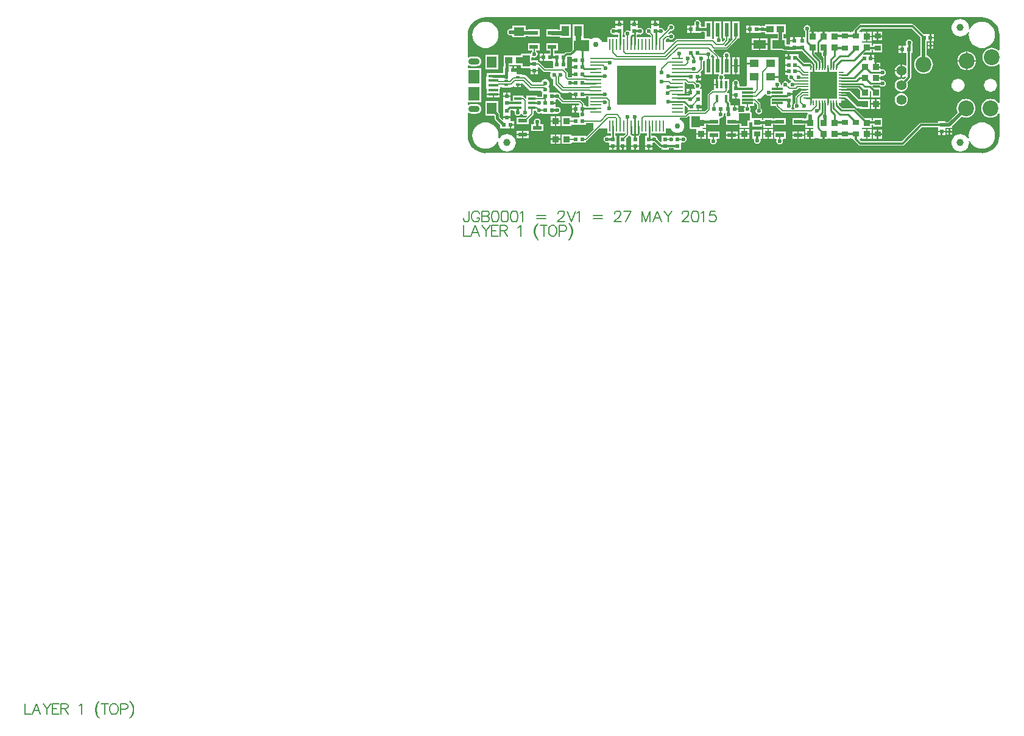
<source format=gtl>
%FSAX43Y43*%
%MOMM*%
G71*
G01*
G75*
G04 Layer_Physical_Order=1*
G04 Layer_Color=255*
%ADD10R,0.590X0.600*%
%ADD11R,0.630X0.610*%
%ADD12R,0.600X0.590*%
%ADD13R,0.610X0.630*%
%ADD14R,0.590X1.910*%
%ADD15R,0.550X0.300*%
%ADD16R,1.210X0.590*%
%ADD17R,1.280X0.590*%
%ADD18R,1.090X0.400*%
%ADD19R,0.400X1.090*%
%ADD20R,1.520X0.330*%
%ADD21R,0.930X0.790*%
%ADD22R,1.600X0.280*%
%ADD23C,0.750*%
%ADD24R,5.500X5.500*%
%ADD25R,0.280X1.600*%
%ADD26R,3.700X3.700*%
%ADD27O,0.800X0.220*%
%ADD28O,0.220X0.800*%
%ADD29R,1.270X1.020*%
%ADD30R,0.910X0.930*%
%ADD31R,1.140X1.470*%
%ADD32R,1.000X0.970*%
%ADD33C,1.000*%
%ADD34R,0.400X0.350*%
%ADD35R,1.350X0.400*%
%ADD36R,1.600X1.900*%
%ADD37R,1.400X1.600*%
%ADD38R,1.800X1.230*%
%ADD39R,1.160X1.470*%
%ADD40R,0.930X0.920*%
%ADD41R,0.920X0.930*%
%ADD42R,1.470X1.160*%
%ADD43R,0.350X0.400*%
%ADD44C,0.250*%
%ADD45C,0.150*%
%ADD46C,0.300*%
%ADD47C,0.500*%
%ADD48C,0.280*%
%ADD49C,0.400*%
%ADD50C,0.220*%
%ADD51C,0.160*%
%ADD52C,0.200*%
%ADD53C,0.600*%
%ADD54C,0.800*%
%ADD55C,0.590*%
%ADD56C,0.260*%
%ADD57R,1.200X1.600*%
%ADD58R,1.600X1.100*%
%ADD59R,1.200X1.600*%
%ADD60R,1.100X1.600*%
%ADD61C,1.400*%
%ADD62C,2.200*%
G04:AMPARAMS|DCode=63|XSize=0.9mm|YSize=1.6mm|CornerRadius=0.45mm|HoleSize=0mm|Usage=FLASHONLY|Rotation=270.000|XOffset=0mm|YOffset=0mm|HoleType=Round|Shape=RoundedRectangle|*
%AMROUNDEDRECTD63*
21,1,0.900,0.700,0,0,270.0*
21,1,0.000,1.600,0,0,270.0*
1,1,0.900,-0.350,0.000*
1,1,0.900,-0.350,0.000*
1,1,0.900,0.350,0.000*
1,1,0.900,0.350,0.000*
%
%ADD63ROUNDEDRECTD63*%
%ADD64C,0.600*%
G36*
X0252383Y0174417D02*
X0252756Y0174328D01*
X0253111Y0174181D01*
X0253439Y0173980D01*
X0253731Y0173731D01*
X0253980Y0173439D01*
X0254181Y0173111D01*
X0254328Y0172756D01*
X0254417Y0172383D01*
X0254447Y0172011D01*
X0254445Y0172000D01*
Y0169890D01*
X0254295Y0169847D01*
X0254126Y0169986D01*
X0253900Y0170107D01*
X0253655Y0170181D01*
X0253400Y0170206D01*
X0253145Y0170181D01*
X0252900Y0170107D01*
X0252674Y0169986D01*
X0252476Y0169824D01*
X0252314Y0169626D01*
X0252193Y0169400D01*
X0252119Y0169155D01*
X0252094Y0168900D01*
X0252119Y0168645D01*
X0252193Y0168400D01*
X0252314Y0168174D01*
X0252476Y0167976D01*
X0252674Y0167814D01*
X0252900Y0167693D01*
X0253145Y0167619D01*
X0253400Y0167594D01*
X0253655Y0167619D01*
X0253900Y0167693D01*
X0254126Y0167814D01*
X0254295Y0167953D01*
X0254445Y0167910D01*
Y0162546D01*
X0254295Y0162509D01*
X0254286Y0162526D01*
X0254124Y0162724D01*
X0253926Y0162886D01*
X0253700Y0163007D01*
X0253455Y0163081D01*
X0253200Y0163106D01*
X0252945Y0163081D01*
X0252700Y0163007D01*
X0252474Y0162886D01*
X0252276Y0162724D01*
X0252114Y0162526D01*
X0251993Y0162300D01*
X0251919Y0162055D01*
X0251894Y0161800D01*
X0251919Y0161545D01*
X0251993Y0161300D01*
X0252114Y0161074D01*
X0252276Y0160876D01*
X0252474Y0160714D01*
X0252700Y0160593D01*
X0252945Y0160519D01*
X0253200Y0160494D01*
X0253455Y0160519D01*
X0253700Y0160593D01*
X0253926Y0160714D01*
X0254124Y0160876D01*
X0254286Y0161074D01*
X0254295Y0161091D01*
X0254445Y0161054D01*
Y0158000D01*
X0254447Y0157989D01*
X0254417Y0157617D01*
X0254328Y0157244D01*
X0254181Y0156889D01*
X0253980Y0156561D01*
X0253731Y0156269D01*
X0253439Y0156020D01*
X0253111Y0155819D01*
X0252756Y0155672D01*
X0252383Y0155583D01*
X0252011Y0155553D01*
X0252000Y0155555D01*
X0183000D01*
X0182989Y0155553D01*
X0182617Y0155583D01*
X0182244Y0155672D01*
X0181889Y0155819D01*
X0181561Y0156020D01*
X0181269Y0156269D01*
X0181020Y0156561D01*
X0180819Y0156889D01*
X0180672Y0157244D01*
X0180583Y0157617D01*
X0180553Y0157989D01*
X0180555Y0158000D01*
Y0161091D01*
X0180705Y0161165D01*
X0180747Y0161132D01*
X0180905Y0161067D01*
X0181075Y0161044D01*
X0181775D01*
X0181945Y0161067D01*
X0182103Y0161132D01*
X0182239Y0161236D01*
X0182343Y0161372D01*
X0182408Y0161530D01*
X0182431Y0161700D01*
X0182408Y0161870D01*
X0182343Y0162028D01*
X0182239Y0162164D01*
X0182103Y0162268D01*
X0181945Y0162333D01*
X0181775Y0162356D01*
X0181075D01*
X0180905Y0162333D01*
X0180747Y0162268D01*
X0180705Y0162235D01*
X0180555Y0162309D01*
Y0162650D01*
X0182425D01*
Y0164950D01*
X0182425D01*
Y0165050D01*
X0182425D01*
Y0167350D01*
X0180555D01*
Y0167691D01*
X0180705Y0167765D01*
X0180747Y0167732D01*
X0180905Y0167667D01*
X0181075Y0167644D01*
X0181775D01*
X0181945Y0167667D01*
X0182103Y0167732D01*
X0182239Y0167836D01*
X0182343Y0167972D01*
X0182408Y0168130D01*
X0182431Y0168300D01*
X0182408Y0168470D01*
X0182343Y0168628D01*
X0182239Y0168764D01*
X0182103Y0168868D01*
X0181945Y0168933D01*
X0181775Y0168956D01*
X0181075D01*
X0180905Y0168933D01*
X0180747Y0168868D01*
X0180705Y0168835D01*
X0180555Y0168909D01*
Y0172000D01*
X0180553Y0172011D01*
X0180583Y0172383D01*
X0180672Y0172756D01*
X0180819Y0173111D01*
X0181020Y0173439D01*
X0181269Y0173731D01*
X0181561Y0173980D01*
X0181889Y0174181D01*
X0182244Y0174328D01*
X0182617Y0174417D01*
X0182989Y0174447D01*
X0183000Y0174445D01*
X0252000D01*
X0252011Y0174447D01*
X0252383Y0174417D01*
D02*
G37*
%LPC*%
G36*
X0219665Y0158905D02*
X0219100D01*
Y0158345D01*
X0219665D01*
Y0158905D01*
D02*
G37*
G36*
X0222200D02*
X0221635D01*
Y0158345D01*
X0222200D01*
Y0158905D01*
D02*
G37*
G36*
X0238165Y0158775D02*
X0237600D01*
Y0158280D01*
X0238165D01*
Y0158775D01*
D02*
G37*
G36*
X0218900Y0158905D02*
X0218335D01*
Y0158345D01*
X0218900D01*
Y0158905D01*
D02*
G37*
G36*
X0236665D02*
X0236100D01*
Y0158345D01*
X0236665D01*
Y0158905D01*
D02*
G37*
G36*
X0190200Y0160359D02*
X0190024Y0160324D01*
X0189876Y0160224D01*
X0189776Y0160076D01*
X0189741Y0159900D01*
X0189772Y0159745D01*
X0189738Y0159653D01*
X0189707Y0159595D01*
X0189375D01*
Y0158605D01*
X0191055D01*
Y0159595D01*
X0190693D01*
X0190662Y0159653D01*
X0190628Y0159745D01*
X0190659Y0159900D01*
X0190624Y0160076D01*
X0190524Y0160224D01*
X0190376Y0160324D01*
X0190200Y0160359D01*
D02*
G37*
G36*
X0222965Y0158905D02*
X0222400D01*
Y0158345D01*
X0222965D01*
Y0158905D01*
D02*
G37*
G36*
X0228000D02*
X0227435D01*
Y0158345D01*
X0228000D01*
Y0158905D01*
D02*
G37*
G36*
X0237400Y0158775D02*
X0236835D01*
Y0158280D01*
X0237400D01*
Y0158775D01*
D02*
G37*
G36*
X0226355Y0158545D02*
X0225650D01*
Y0158150D01*
X0226355D01*
Y0158545D01*
D02*
G37*
G36*
X0227260D02*
X0226555D01*
Y0158150D01*
X0227260D01*
Y0158545D01*
D02*
G37*
G36*
X0217155D02*
X0216450D01*
Y0158150D01*
X0217155D01*
Y0158545D01*
D02*
G37*
G36*
X0218060D02*
X0217355D01*
Y0158150D01*
X0218060D01*
Y0158545D01*
D02*
G37*
G36*
X0188085Y0158645D02*
X0187345D01*
Y0158250D01*
X0188085D01*
Y0158645D01*
D02*
G37*
G36*
X0189025D02*
X0188285D01*
Y0158250D01*
X0189025D01*
Y0158645D01*
D02*
G37*
G36*
X0247400Y0158425D02*
X0247100D01*
Y0158150D01*
X0247400D01*
Y0158425D01*
D02*
G37*
G36*
X0247900D02*
X0247600D01*
Y0158150D01*
X0247900D01*
Y0158425D01*
D02*
G37*
G36*
X0195440Y0162215D02*
X0195035D01*
Y0161800D01*
X0195440D01*
Y0162215D01*
D02*
G37*
G36*
X0218165D02*
X0217760D01*
Y0161800D01*
X0218165D01*
Y0162215D01*
D02*
G37*
G36*
X0237155Y0162300D02*
X0236595D01*
Y0161735D01*
X0237155D01*
Y0162300D01*
D02*
G37*
G36*
X0237915D02*
X0237355D01*
Y0161735D01*
X0237915D01*
Y0162300D01*
D02*
G37*
G36*
Y0163065D02*
X0237355D01*
Y0162500D01*
X0237915D01*
Y0163065D01*
D02*
G37*
G36*
X0217700Y0163540D02*
X0217285D01*
Y0163135D01*
X0217700D01*
Y0163540D01*
D02*
G37*
G36*
X0240800Y0163908D02*
X0240565Y0163877D01*
X0240346Y0163786D01*
X0240158Y0163642D01*
X0240014Y0163454D01*
X0239923Y0163235D01*
X0239892Y0163000D01*
X0239923Y0162765D01*
X0240014Y0162546D01*
X0240158Y0162358D01*
X0240346Y0162214D01*
X0240565Y0162123D01*
X0240800Y0162092D01*
X0241035Y0162123D01*
X0241254Y0162214D01*
X0241442Y0162358D01*
X0241586Y0162546D01*
X0241677Y0162765D01*
X0241708Y0163000D01*
X0241677Y0163235D01*
X0241586Y0163454D01*
X0241442Y0163642D01*
X0241254Y0163786D01*
X0241035Y0163877D01*
X0240800Y0163908D01*
D02*
G37*
G36*
X0237155Y0163065D02*
X0236595D01*
Y0162500D01*
X0237155D01*
Y0163065D01*
D02*
G37*
G36*
X0195440Y0161600D02*
X0195035D01*
Y0161185D01*
X0195440D01*
Y0161600D01*
D02*
G37*
G36*
X0184775Y0162800D02*
X0182975D01*
Y0160800D01*
X0184195D01*
X0184243Y0160752D01*
Y0160440D01*
X0184270Y0160303D01*
X0184348Y0160188D01*
X0185035Y0159500D01*
Y0158985D01*
X0186360D01*
Y0159500D01*
X0186460D01*
Y0159600D01*
X0186965D01*
Y0160015D01*
X0186657D01*
X0186515Y0160035D01*
Y0160440D01*
X0185485D01*
Y0160256D01*
X0185346Y0160198D01*
X0184957Y0160588D01*
Y0160900D01*
X0184930Y0161037D01*
X0184852Y0161152D01*
X0184775Y0161230D01*
Y0162800D01*
D02*
G37*
G36*
X0186965Y0159400D02*
X0186560D01*
Y0158985D01*
X0186965D01*
Y0159400D01*
D02*
G37*
G36*
X0247400Y0158900D02*
X0247100D01*
Y0158625D01*
X0247400D01*
Y0158900D01*
D02*
G37*
G36*
X0247900D02*
X0247600D01*
Y0158625D01*
X0247900D01*
Y0158900D01*
D02*
G37*
G36*
X0192640Y0160665D02*
X0192085D01*
Y0160100D01*
X0192640D01*
Y0160665D01*
D02*
G37*
G36*
X0193395D02*
X0192840D01*
Y0160100D01*
X0193395D01*
Y0160665D01*
D02*
G37*
G36*
X0192640Y0159900D02*
X0192085D01*
Y0159335D01*
X0192640D01*
Y0159900D01*
D02*
G37*
G36*
X0193395D02*
X0192840D01*
Y0159335D01*
X0193395D01*
Y0159900D01*
D02*
G37*
G36*
X0246915Y0158440D02*
X0246500D01*
Y0158035D01*
X0246915D01*
Y0158440D01*
D02*
G37*
G36*
X0192640Y0157400D02*
X0192085D01*
Y0156835D01*
X0192640D01*
Y0157400D01*
D02*
G37*
G36*
X0193395D02*
X0192840D01*
Y0156835D01*
X0193395D01*
Y0157400D01*
D02*
G37*
G36*
X0215550Y0158545D02*
X0213940D01*
Y0157555D01*
X0214216D01*
X0214296Y0157405D01*
X0214276Y0157376D01*
X0214241Y0157200D01*
X0214276Y0157024D01*
X0214376Y0156876D01*
X0214524Y0156776D01*
X0214700Y0156741D01*
X0214876Y0156776D01*
X0215024Y0156876D01*
X0215124Y0157024D01*
X0215159Y0157200D01*
X0215124Y0157376D01*
X0215104Y0157405D01*
X0215184Y0157555D01*
X0215550D01*
Y0158545D01*
D02*
G37*
G36*
X0224750D02*
X0223140D01*
Y0157555D01*
X0223416D01*
X0223496Y0157405D01*
X0223476Y0157376D01*
X0223441Y0157200D01*
X0223476Y0157024D01*
X0223576Y0156876D01*
X0223724Y0156776D01*
X0223900Y0156741D01*
X0224076Y0156776D01*
X0224224Y0156876D01*
X0224324Y0157024D01*
X0224359Y0157200D01*
X0224324Y0157376D01*
X0224304Y0157405D01*
X0224384Y0157555D01*
X0224750D01*
Y0158545D01*
D02*
G37*
G36*
X0218060Y0157950D02*
X0217355D01*
Y0157555D01*
X0218060D01*
Y0157950D01*
D02*
G37*
G36*
X0226355D02*
X0225650D01*
Y0157555D01*
X0226355D01*
Y0157950D01*
D02*
G37*
G36*
X0221465Y0158775D02*
X0220135D01*
Y0157585D01*
X0220283D01*
X0220368Y0157435D01*
X0220341Y0157300D01*
X0220376Y0157124D01*
X0220476Y0156976D01*
X0220624Y0156876D01*
X0220800Y0156841D01*
X0220976Y0156876D01*
X0221124Y0156976D01*
X0221224Y0157124D01*
X0221259Y0157300D01*
X0221232Y0157435D01*
X0221317Y0157585D01*
X0221465D01*
Y0158775D01*
D02*
G37*
G36*
X0217155Y0157950D02*
X0216450D01*
Y0157555D01*
X0217155D01*
Y0157950D01*
D02*
G37*
G36*
X0202600Y0156445D02*
X0202200D01*
Y0156050D01*
X0202600D01*
Y0156445D01*
D02*
G37*
G36*
X0201215Y0156440D02*
X0200800D01*
Y0156035D01*
X0201215D01*
Y0156440D01*
D02*
G37*
G36*
X0203700D02*
X0203285D01*
Y0156035D01*
X0203700D01*
Y0156440D01*
D02*
G37*
G36*
X0183000Y0159834D02*
X0182642Y0159799D01*
X0182298Y0159694D01*
X0181981Y0159525D01*
X0181703Y0159297D01*
X0181475Y0159019D01*
X0181306Y0158702D01*
X0181201Y0158358D01*
X0181166Y0158000D01*
X0181201Y0157642D01*
X0181306Y0157298D01*
X0181475Y0156981D01*
X0181703Y0156703D01*
X0181981Y0156475D01*
X0182298Y0156306D01*
X0182642Y0156201D01*
X0183000Y0156166D01*
X0183358Y0156201D01*
X0183702Y0156306D01*
X0184019Y0156475D01*
X0184297Y0156703D01*
X0184525Y0156981D01*
X0184667Y0157247D01*
X0184812Y0157201D01*
X0184789Y0157027D01*
X0184791Y0157000D01*
X0184789Y0156973D01*
X0184824Y0156712D01*
X0184832Y0156687D01*
X0184837Y0156661D01*
X0184938Y0156418D01*
X0184953Y0156395D01*
X0184965Y0156372D01*
X0185125Y0156163D01*
X0185145Y0156145D01*
X0185163Y0156125D01*
X0185372Y0155965D01*
X0185395Y0155953D01*
X0185418Y0155938D01*
X0185661Y0155837D01*
X0185687Y0155832D01*
X0185712Y0155824D01*
X0185973Y0155789D01*
X0186000Y0155791D01*
X0186027Y0155789D01*
X0186288Y0155824D01*
X0186313Y0155832D01*
X0186339Y0155837D01*
X0186582Y0155938D01*
X0186605Y0155953D01*
X0186628Y0155965D01*
X0186837Y0156125D01*
X0186855Y0156145D01*
X0186875Y0156163D01*
X0187035Y0156372D01*
X0187047Y0156395D01*
X0187062Y0156418D01*
X0187163Y0156661D01*
X0187168Y0156687D01*
X0187176Y0156712D01*
X0187211Y0156973D01*
X0187209Y0157000D01*
X0187211Y0157027D01*
X0187176Y0157288D01*
X0187168Y0157313D01*
X0187163Y0157339D01*
X0187062Y0157582D01*
X0187047Y0157605D01*
X0187035Y0157628D01*
X0186875Y0157837D01*
X0186855Y0157855D01*
X0186837Y0157875D01*
X0186628Y0158035D01*
X0186605Y0158047D01*
X0186582Y0158062D01*
X0186339Y0158163D01*
X0186313Y0158168D01*
X0186288Y0158176D01*
X0186027Y0158211D01*
X0186000Y0158209D01*
X0185973Y0158211D01*
X0185712Y0158176D01*
X0185687Y0158168D01*
X0185661Y0158163D01*
X0185418Y0158062D01*
X0185395Y0158047D01*
X0185372Y0158035D01*
X0185163Y0157875D01*
X0185145Y0157855D01*
X0185125Y0157837D01*
X0184965Y0157628D01*
X0184953Y0157605D01*
X0184938Y0157582D01*
X0184935Y0157574D01*
X0184793Y0157625D01*
X0184799Y0157642D01*
X0184834Y0158000D01*
X0184799Y0158358D01*
X0184694Y0158702D01*
X0184525Y0159019D01*
X0184297Y0159297D01*
X0184019Y0159525D01*
X0183702Y0159694D01*
X0183358Y0159799D01*
X0183000Y0159834D01*
D02*
G37*
G36*
X0200600Y0156440D02*
X0200185D01*
Y0156035D01*
X0200600D01*
Y0156440D01*
D02*
G37*
G36*
X0206215D02*
X0205800D01*
Y0156035D01*
X0206215D01*
Y0156440D01*
D02*
G37*
G36*
X0202000Y0156445D02*
X0201600D01*
Y0156050D01*
X0202000D01*
Y0156445D01*
D02*
G37*
G36*
X0204315Y0156440D02*
X0203900D01*
Y0156035D01*
X0204315D01*
Y0156440D01*
D02*
G37*
G36*
X0205600D02*
X0205185D01*
Y0156035D01*
X0205600D01*
Y0156440D01*
D02*
G37*
G36*
X0236665Y0158145D02*
X0236100D01*
Y0157585D01*
X0236665D01*
Y0158145D01*
D02*
G37*
G36*
X0192640Y0158165D02*
X0192085D01*
Y0157600D01*
X0192640D01*
Y0158165D01*
D02*
G37*
G36*
X0222965Y0158145D02*
X0222400D01*
Y0157585D01*
X0222965D01*
Y0158145D01*
D02*
G37*
G36*
X0228000D02*
X0227435D01*
Y0157585D01*
X0228000D01*
Y0158145D01*
D02*
G37*
G36*
X0189025Y0158050D02*
X0188285D01*
Y0157655D01*
X0189025D01*
Y0158050D01*
D02*
G37*
G36*
X0246300Y0158440D02*
X0245885D01*
Y0158035D01*
X0246300D01*
Y0158440D01*
D02*
G37*
G36*
X0193395Y0158165D02*
X0192840D01*
Y0157600D01*
X0193395D01*
Y0158165D01*
D02*
G37*
G36*
X0188085Y0158050D02*
X0187345D01*
Y0157655D01*
X0188085D01*
Y0158050D01*
D02*
G37*
G36*
X0222200Y0158145D02*
X0221635D01*
Y0157585D01*
X0222200D01*
Y0158145D01*
D02*
G37*
G36*
X0237400Y0158080D02*
X0236835D01*
Y0157585D01*
X0237400D01*
Y0158080D01*
D02*
G37*
G36*
X0238165D02*
X0237600D01*
Y0157585D01*
X0238165D01*
Y0158080D01*
D02*
G37*
G36*
X0227260Y0157950D02*
X0226555D01*
Y0157555D01*
X0227260D01*
Y0157950D01*
D02*
G37*
G36*
X0252000Y0159834D02*
X0251642Y0159799D01*
X0251298Y0159694D01*
X0250981Y0159525D01*
X0250703Y0159297D01*
X0250475Y0159019D01*
X0250306Y0158702D01*
X0250201Y0158358D01*
X0250166Y0158000D01*
X0250201Y0157642D01*
X0250207Y0157625D01*
X0250065Y0157574D01*
X0250062Y0157582D01*
X0250047Y0157605D01*
X0250035Y0157628D01*
X0249875Y0157837D01*
X0249855Y0157855D01*
X0249837Y0157875D01*
X0249628Y0158035D01*
X0249605Y0158047D01*
X0249582Y0158062D01*
X0249339Y0158163D01*
X0249313Y0158168D01*
X0249288Y0158176D01*
X0249027Y0158211D01*
X0249000Y0158209D01*
X0248973Y0158211D01*
X0248712Y0158176D01*
X0248687Y0158168D01*
X0248661Y0158163D01*
X0248418Y0158062D01*
X0248395Y0158047D01*
X0248372Y0158035D01*
X0248163Y0157875D01*
X0248145Y0157855D01*
X0248125Y0157837D01*
X0247965Y0157628D01*
X0247953Y0157605D01*
X0247938Y0157582D01*
X0247837Y0157339D01*
X0247832Y0157313D01*
X0247824Y0157288D01*
X0247789Y0157027D01*
X0247791Y0157000D01*
X0247789Y0156973D01*
X0247824Y0156712D01*
X0247832Y0156687D01*
X0247837Y0156661D01*
X0247938Y0156418D01*
X0247953Y0156395D01*
X0247965Y0156372D01*
X0248125Y0156163D01*
X0248145Y0156145D01*
X0248163Y0156125D01*
X0248372Y0155965D01*
X0248395Y0155953D01*
X0248418Y0155938D01*
X0248661Y0155837D01*
X0248687Y0155832D01*
X0248712Y0155824D01*
X0248973Y0155789D01*
X0249000Y0155791D01*
X0249027Y0155789D01*
X0249288Y0155824D01*
X0249313Y0155832D01*
X0249339Y0155837D01*
X0249582Y0155938D01*
X0249605Y0155953D01*
X0249628Y0155965D01*
X0249837Y0156125D01*
X0249855Y0156145D01*
X0249875Y0156163D01*
X0250035Y0156372D01*
X0250047Y0156395D01*
X0250062Y0156418D01*
X0250163Y0156661D01*
X0250168Y0156687D01*
X0250176Y0156712D01*
X0250211Y0156973D01*
X0250209Y0157000D01*
X0250211Y0157027D01*
X0250188Y0157201D01*
X0250333Y0157247D01*
X0250475Y0156981D01*
X0250703Y0156703D01*
X0250981Y0156475D01*
X0251298Y0156306D01*
X0251642Y0156201D01*
X0252000Y0156166D01*
X0252358Y0156201D01*
X0252702Y0156306D01*
X0253019Y0156475D01*
X0253297Y0156703D01*
X0253525Y0156981D01*
X0253694Y0157298D01*
X0253799Y0157642D01*
X0253834Y0158000D01*
X0253799Y0158358D01*
X0253694Y0158702D01*
X0253525Y0159019D01*
X0253297Y0159297D01*
X0253019Y0159525D01*
X0252702Y0159694D01*
X0252358Y0159799D01*
X0252000Y0159834D01*
D02*
G37*
G36*
X0218900Y0158145D02*
X0218335D01*
Y0157585D01*
X0218900D01*
Y0158145D01*
D02*
G37*
G36*
X0219665D02*
X0219100D01*
Y0157585D01*
X0219665D01*
Y0158145D01*
D02*
G37*
G36*
X0212900D02*
X0212335D01*
Y0157585D01*
X0212900D01*
Y0158145D01*
D02*
G37*
G36*
X0213665D02*
X0213100D01*
Y0157585D01*
X0213665D01*
Y0158145D01*
D02*
G37*
G36*
X0220990Y0171515D02*
X0219990D01*
Y0170800D01*
X0220990D01*
Y0171515D01*
D02*
G37*
G36*
X0222190D02*
X0221190D01*
Y0170800D01*
X0222190D01*
Y0171515D01*
D02*
G37*
G36*
X0244775Y0170900D02*
X0244500D01*
Y0170600D01*
X0244775D01*
Y0170900D01*
D02*
G37*
G36*
X0245250D02*
X0244975D01*
Y0170600D01*
X0245250D01*
Y0170900D01*
D02*
G37*
G36*
X0245365Y0171500D02*
X0244960D01*
Y0171085D01*
X0245365D01*
Y0171500D01*
D02*
G37*
G36*
X0238165Y0171720D02*
X0237600D01*
Y0171225D01*
X0238165D01*
Y0171720D01*
D02*
G37*
G36*
X0225800Y0171665D02*
X0225385D01*
Y0171260D01*
X0225800D01*
Y0171665D01*
D02*
G37*
G36*
X0236665Y0171655D02*
X0236100D01*
Y0171095D01*
X0236665D01*
Y0171655D01*
D02*
G37*
G36*
X0237400Y0171720D02*
X0236835D01*
Y0171225D01*
X0237400D01*
Y0171720D01*
D02*
G37*
G36*
X0240840Y0169900D02*
X0240435D01*
Y0169485D01*
X0240840D01*
Y0169900D01*
D02*
G37*
G36*
X0220990Y0170600D02*
X0219990D01*
Y0169885D01*
X0220990D01*
Y0170600D01*
D02*
G37*
G36*
X0225040Y0169315D02*
X0224635D01*
Y0168900D01*
X0225040D01*
Y0169315D01*
D02*
G37*
G36*
X0190945Y0169400D02*
X0190550D01*
Y0169000D01*
X0190945D01*
Y0169400D01*
D02*
G37*
G36*
X0222190Y0170600D02*
X0221190D01*
Y0169885D01*
X0222190D01*
Y0170600D01*
D02*
G37*
G36*
X0245250Y0170400D02*
X0244975D01*
Y0170100D01*
X0245250D01*
Y0170400D01*
D02*
G37*
G36*
X0183000Y0173834D02*
X0182642Y0173799D01*
X0182298Y0173694D01*
X0181981Y0173525D01*
X0181703Y0173297D01*
X0181475Y0173019D01*
X0181306Y0172702D01*
X0181201Y0172358D01*
X0181166Y0172000D01*
X0181201Y0171642D01*
X0181306Y0171298D01*
X0181475Y0170981D01*
X0181703Y0170703D01*
X0181981Y0170475D01*
X0182298Y0170306D01*
X0182642Y0170201D01*
X0183000Y0170166D01*
X0183358Y0170201D01*
X0183702Y0170306D01*
X0184019Y0170475D01*
X0184297Y0170703D01*
X0184525Y0170981D01*
X0184694Y0171298D01*
X0184799Y0171642D01*
X0184834Y0172000D01*
X0184799Y0172358D01*
X0184694Y0172702D01*
X0184525Y0173019D01*
X0184297Y0173297D01*
X0184019Y0173525D01*
X0183702Y0173694D01*
X0183358Y0173799D01*
X0183000Y0173834D01*
D02*
G37*
G36*
X0240840Y0170515D02*
X0240435D01*
Y0170100D01*
X0240840D01*
Y0170515D01*
D02*
G37*
G36*
X0244775Y0170400D02*
X0244500D01*
Y0170100D01*
X0244775D01*
Y0170400D01*
D02*
G37*
G36*
X0201500Y0173965D02*
X0201085D01*
Y0173560D01*
X0201500D01*
Y0173965D01*
D02*
G37*
G36*
X0202115D02*
X0201700D01*
Y0173560D01*
X0202115D01*
Y0173965D01*
D02*
G37*
G36*
X0211440Y0173315D02*
X0211035D01*
Y0172900D01*
X0211440D01*
Y0173315D01*
D02*
G37*
G36*
X0219640D02*
X0219235D01*
Y0172900D01*
X0219640D01*
Y0173315D01*
D02*
G37*
G36*
X0203600Y0173965D02*
X0203185D01*
Y0173560D01*
X0203600D01*
Y0173965D01*
D02*
G37*
G36*
X0207115D02*
X0206700D01*
Y0173560D01*
X0207115D01*
Y0173965D01*
D02*
G37*
G36*
X0249027Y0174211D02*
X0249000Y0174209D01*
X0248973Y0174211D01*
X0248712Y0174176D01*
X0248687Y0174168D01*
X0248661Y0174163D01*
X0248418Y0174062D01*
X0248395Y0174047D01*
X0248372Y0174035D01*
X0248163Y0173875D01*
X0248145Y0173855D01*
X0248125Y0173837D01*
X0247965Y0173628D01*
X0247953Y0173605D01*
X0247938Y0173582D01*
X0247837Y0173339D01*
X0247832Y0173313D01*
X0247824Y0173288D01*
X0247789Y0173027D01*
X0247791Y0173000D01*
X0247789Y0172973D01*
X0247824Y0172712D01*
X0247832Y0172687D01*
X0247837Y0172661D01*
X0247938Y0172418D01*
X0247953Y0172395D01*
X0247965Y0172372D01*
X0248125Y0172163D01*
X0248145Y0172145D01*
X0248163Y0172125D01*
X0248372Y0171965D01*
X0248395Y0171953D01*
X0248418Y0171938D01*
X0248661Y0171837D01*
X0248687Y0171832D01*
X0248712Y0171824D01*
X0248973Y0171789D01*
X0249000Y0171791D01*
X0249027Y0171789D01*
X0249288Y0171824D01*
X0249313Y0171832D01*
X0249339Y0171837D01*
X0249582Y0171938D01*
X0249605Y0171953D01*
X0249628Y0171965D01*
X0249837Y0172125D01*
X0249855Y0172145D01*
X0249875Y0172163D01*
X0250035Y0172372D01*
X0250047Y0172395D01*
X0250062Y0172418D01*
X0250065Y0172426D01*
X0250207Y0172375D01*
X0250201Y0172358D01*
X0250166Y0172000D01*
X0250201Y0171642D01*
X0250306Y0171298D01*
X0250475Y0170981D01*
X0250703Y0170703D01*
X0250981Y0170475D01*
X0251298Y0170306D01*
X0251642Y0170201D01*
X0252000Y0170166D01*
X0252358Y0170201D01*
X0252702Y0170306D01*
X0253019Y0170475D01*
X0253297Y0170703D01*
X0253525Y0170981D01*
X0253694Y0171298D01*
X0253799Y0171642D01*
X0253834Y0172000D01*
X0253799Y0172358D01*
X0253694Y0172702D01*
X0253525Y0173019D01*
X0253297Y0173297D01*
X0253019Y0173525D01*
X0252702Y0173694D01*
X0252358Y0173799D01*
X0252000Y0173834D01*
X0251642Y0173799D01*
X0251298Y0173694D01*
X0250981Y0173525D01*
X0250703Y0173297D01*
X0250475Y0173019D01*
X0250333Y0172753D01*
X0250188Y0172799D01*
X0250211Y0172973D01*
X0250209Y0173000D01*
X0250211Y0173027D01*
X0250176Y0173288D01*
X0250168Y0173313D01*
X0250163Y0173339D01*
X0250062Y0173582D01*
X0250047Y0173605D01*
X0250035Y0173628D01*
X0249875Y0173837D01*
X0249855Y0173855D01*
X0249837Y0173875D01*
X0249628Y0174035D01*
X0249605Y0174047D01*
X0249582Y0174062D01*
X0249339Y0174163D01*
X0249313Y0174168D01*
X0249288Y0174176D01*
X0249027Y0174211D01*
D02*
G37*
G36*
X0204215Y0173965D02*
X0203800D01*
Y0173560D01*
X0204215D01*
Y0173965D01*
D02*
G37*
G36*
X0206500D02*
X0206085D01*
Y0173560D01*
X0206500D01*
Y0173965D01*
D02*
G37*
G36*
X0237400Y0172415D02*
X0236835D01*
Y0171920D01*
X0237400D01*
Y0172415D01*
D02*
G37*
G36*
X0238165D02*
X0237600D01*
Y0171920D01*
X0238165D01*
Y0172415D01*
D02*
G37*
G36*
X0245365Y0172115D02*
X0244960D01*
Y0171700D01*
X0245365D01*
Y0172115D01*
D02*
G37*
G36*
X0236665Y0172415D02*
X0236100D01*
Y0171855D01*
X0236665D01*
Y0172415D01*
D02*
G37*
G36*
X0211440Y0172700D02*
X0211035D01*
Y0172285D01*
X0211440D01*
Y0172700D01*
D02*
G37*
G36*
X0194880Y0173435D02*
X0193340D01*
Y0172704D01*
X0193060D01*
Y0172745D01*
X0191450D01*
Y0171755D01*
X0193060D01*
Y0171796D01*
X0193340D01*
Y0171565D01*
X0194880D01*
Y0173435D01*
D02*
G37*
G36*
X0188635Y0173255D02*
X0186765D01*
Y0172945D01*
X0186746Y0172919D01*
X0186615Y0172836D01*
X0186500Y0172859D01*
X0186324Y0172824D01*
X0186176Y0172724D01*
X0186076Y0172576D01*
X0186041Y0172400D01*
X0186076Y0172224D01*
X0186176Y0172076D01*
X0186324Y0171976D01*
X0186500Y0171941D01*
X0186615Y0171964D01*
X0186746Y0171881D01*
X0186765Y0171855D01*
Y0171695D01*
X0188635D01*
Y0171842D01*
X0188940D01*
Y0171755D01*
X0190550D01*
Y0172745D01*
X0188940D01*
Y0172658D01*
X0188635D01*
Y0173255D01*
D02*
G37*
G36*
X0219640Y0172700D02*
X0219235D01*
Y0172285D01*
X0219640D01*
Y0172700D01*
D02*
G37*
G36*
X0212500Y0174059D02*
X0212324Y0174024D01*
X0212176Y0173924D01*
X0212076Y0173776D01*
X0212041Y0173600D01*
X0212068Y0173465D01*
X0211983Y0173315D01*
X0211640D01*
Y0172800D01*
Y0172285D01*
X0212965D01*
Y0172443D01*
X0213394D01*
X0213500Y0172337D01*
Y0171579D01*
X0213500Y0171550D01*
X0213429Y0171429D01*
X0209600D01*
X0209512Y0171412D01*
X0209438Y0171362D01*
X0209438Y0171362D01*
X0209076Y0171000D01*
X0208090D01*
Y0171366D01*
X0208275Y0171550D01*
X0208432Y0171540D01*
X0208476Y0171476D01*
X0208624Y0171376D01*
X0208800Y0171341D01*
X0208976Y0171376D01*
X0209124Y0171476D01*
X0209224Y0171624D01*
X0209259Y0171800D01*
X0209224Y0171976D01*
X0209124Y0172124D01*
X0208976Y0172224D01*
X0208800Y0172259D01*
X0208624Y0172224D01*
X0208492Y0172135D01*
X0208478Y0172134D01*
X0208436Y0172195D01*
X0208422Y0172290D01*
X0208694Y0172562D01*
X0208800Y0172541D01*
X0208976Y0172576D01*
X0209124Y0172676D01*
X0209224Y0172824D01*
X0209259Y0173000D01*
X0209224Y0173176D01*
X0209124Y0173324D01*
X0208976Y0173424D01*
X0208800Y0173459D01*
X0208624Y0173424D01*
X0208476Y0173324D01*
X0208376Y0173176D01*
X0208341Y0173000D01*
X0208362Y0172894D01*
X0208005Y0172536D01*
X0207842Y0172586D01*
X0207824Y0172676D01*
X0207724Y0172824D01*
X0207576Y0172924D01*
X0207400Y0172959D01*
X0207265Y0172932D01*
X0207247Y0172935D01*
X0207154Y0172993D01*
X0207115Y0173031D01*
Y0173360D01*
X0206085D01*
Y0172964D01*
X0206067Y0172946D01*
X0205935Y0172884D01*
X0205876Y0172924D01*
X0205700Y0172959D01*
X0205524Y0172924D01*
X0205376Y0172824D01*
X0205276Y0172676D01*
X0205241Y0172500D01*
X0205276Y0172324D01*
X0205376Y0172176D01*
X0205524Y0172076D01*
X0205700Y0172041D01*
X0205812Y0172063D01*
X0206021Y0171855D01*
Y0171680D01*
X0204046D01*
Y0172035D01*
X0204215D01*
X0204215Y0172035D01*
X0204365Y0172068D01*
X0204500Y0172041D01*
X0204676Y0172076D01*
X0204824Y0172176D01*
X0204924Y0172324D01*
X0204959Y0172500D01*
X0204924Y0172676D01*
X0204824Y0172824D01*
X0204676Y0172924D01*
X0204500Y0172959D01*
X0204365Y0172932D01*
X0204347Y0172935D01*
X0204254Y0172993D01*
X0204215Y0173031D01*
Y0173360D01*
X0203185D01*
Y0172955D01*
Y0172577D01*
X0203166Y0172561D01*
X0203035Y0172511D01*
X0202926Y0172584D01*
X0202750Y0172619D01*
X0202574Y0172584D01*
X0202426Y0172484D01*
X0202326Y0172336D01*
X0202291Y0172160D01*
X0202326Y0171984D01*
X0202426Y0171836D01*
X0202434Y0171830D01*
X0202388Y0171680D01*
X0202046D01*
Y0172035D01*
X0202115D01*
Y0172955D01*
Y0173360D01*
X0201085D01*
Y0173031D01*
X0201046Y0172993D01*
X0200953Y0172935D01*
X0200935Y0172932D01*
X0200800Y0172959D01*
X0200624Y0172924D01*
X0200476Y0172824D01*
X0200376Y0172676D01*
X0200341Y0172500D01*
X0200376Y0172324D01*
X0200476Y0172176D01*
X0200624Y0172076D01*
X0200800Y0172041D01*
X0200935Y0172068D01*
X0201085Y0172035D01*
Y0172035D01*
X0201085Y0172035D01*
X0201454D01*
Y0171680D01*
X0199910D01*
Y0171000D01*
X0199220D01*
X0199164Y0171136D01*
X0199149Y0171158D01*
X0199137Y0171182D01*
X0199017Y0171339D01*
X0198997Y0171357D01*
X0198979Y0171377D01*
X0198822Y0171497D01*
X0198798Y0171509D01*
X0198776Y0171524D01*
X0198594Y0171599D01*
X0198568Y0171604D01*
X0198542Y0171613D01*
X0198347Y0171639D01*
X0198320Y0171637D01*
X0198293Y0171639D01*
X0198098Y0171613D01*
X0198072Y0171604D01*
X0198046Y0171599D01*
X0197864Y0171524D01*
X0197842Y0171509D01*
X0197818Y0171497D01*
X0197724Y0171425D01*
X0197718Y0171423D01*
X0197544Y0171444D01*
X0197478Y0171488D01*
X0197400Y0171504D01*
X0196785D01*
X0196660Y0171565D01*
Y0173435D01*
X0195120D01*
Y0171565D01*
X0195120Y0171565D01*
X0195120D01*
X0195120Y0171565D01*
X0195120Y0171565D01*
X0195095Y0171435D01*
X0195095D01*
X0195095Y0171435D01*
X0195095D01*
X0195095Y0171425D01*
Y0169928D01*
X0194773Y0169606D01*
X0194255D01*
X0194138Y0169583D01*
X0194098Y0169556D01*
X0194039Y0169516D01*
X0194039Y0169516D01*
X0193922Y0169400D01*
X0192561D01*
Y0169855D01*
X0193060D01*
Y0170845D01*
X0191450D01*
Y0169855D01*
X0191949D01*
Y0169400D01*
X0191145D01*
Y0168900D01*
Y0168400D01*
X0192329D01*
X0192435Y0168294D01*
Y0167385D01*
X0192308Y0167329D01*
X0191295D01*
X0190502Y0168122D01*
X0190428Y0168172D01*
X0190340Y0168189D01*
X0190315D01*
Y0168465D01*
X0189404D01*
Y0168843D01*
X0189554Y0168923D01*
X0189624Y0168876D01*
X0189800Y0168841D01*
X0189976Y0168876D01*
X0190124Y0168976D01*
X0190224Y0169124D01*
X0190259Y0169300D01*
X0190224Y0169476D01*
X0190124Y0169624D01*
X0190029Y0169688D01*
Y0169855D01*
X0190550D01*
Y0170845D01*
X0188940D01*
Y0169855D01*
X0189571D01*
Y0169688D01*
X0189476Y0169624D01*
X0189383Y0169485D01*
X0189376Y0169476D01*
Y0169476D01*
X0189278Y0169388D01*
X0189200Y0169404D01*
X0188100D01*
X0188022Y0169388D01*
X0187956Y0169344D01*
X0187912Y0169278D01*
X0187896Y0169200D01*
Y0169185D01*
X0187035D01*
Y0169185D01*
X0186965D01*
Y0169185D01*
X0185565D01*
Y0167815D01*
X0185583D01*
Y0167615D01*
X0185435D01*
Y0166657D01*
X0184975D01*
Y0166700D01*
X0183225D01*
Y0166150D01*
X0183125D01*
Y0165150D01*
Y0164500D01*
X0183225D01*
Y0163950D01*
Y0163800D01*
X0184975D01*
Y0163950D01*
Y0164500D01*
X0185075D01*
Y0164742D01*
X0185335D01*
Y0164625D01*
X0186485D01*
X0186485Y0164625D01*
Y0164625D01*
D01*
X0186485Y0164625D01*
X0186485Y0164625D01*
X0186485Y0164625D01*
X0186564Y0164746D01*
X0186675Y0164768D01*
X0186701Y0164773D01*
X0186833Y0164862D01*
X0186876Y0164905D01*
X0187015Y0164847D01*
Y0164725D01*
X0187390D01*
Y0165075D01*
X0187490D01*
Y0165175D01*
X0187965D01*
Y0165242D01*
X0188131D01*
X0189012Y0164362D01*
X0189012Y0164362D01*
X0189144Y0164273D01*
X0189170Y0164268D01*
X0189300Y0164242D01*
X0189300Y0164242D01*
X0190751D01*
X0190797Y0164133D01*
X0190850Y0164000D01*
Y0164000D01*
X0190850Y0164000D01*
X0190850Y0164000D01*
Y0163405D01*
X0190210D01*
Y0163550D01*
X0188720D01*
Y0163217D01*
X0188570Y0163154D01*
X0188412Y0163312D01*
X0188338Y0163362D01*
X0188280Y0163373D01*
Y0163550D01*
X0186790D01*
Y0162806D01*
X0186515D01*
Y0162955D01*
Y0163360D01*
X0185485D01*
Y0162955D01*
Y0162035D01*
X0185485Y0162035D01*
Y0162035D01*
Y0161973D01*
X0185485Y0161965D01*
X0185485Y0161933D01*
X0185485Y0161885D01*
D01*
Y0161885D01*
X0185485D01*
Y0160955D01*
Y0160640D01*
X0186515D01*
Y0160955D01*
Y0161542D01*
X0186517Y0161544D01*
X0186790D01*
Y0161450D01*
X0186959D01*
X0187061Y0161300D01*
X0187041Y0161200D01*
X0187076Y0161024D01*
X0187175Y0160875D01*
X0187324Y0160776D01*
X0187500Y0160741D01*
X0187675Y0160776D01*
X0187824Y0160875D01*
X0187923Y0161024D01*
X0187925Y0161024D01*
X0188074Y0161024D01*
X0188076Y0161024D01*
X0188176Y0160876D01*
X0188324Y0160776D01*
X0188500Y0160741D01*
X0188676Y0160776D01*
X0188718Y0160804D01*
X0188813Y0160688D01*
X0188671Y0160545D01*
X0187345D01*
Y0159555D01*
X0189025D01*
Y0160251D01*
X0189627Y0160853D01*
X0189677Y0160927D01*
X0189694Y0161015D01*
Y0161450D01*
X0190051D01*
X0190076Y0161324D01*
X0190176Y0161176D01*
X0190324Y0161076D01*
X0190500Y0161041D01*
X0190676Y0161076D01*
X0190700Y0161092D01*
X0190850Y0161012D01*
Y0161000D01*
X0192750D01*
X0192750Y0161000D01*
Y0161000D01*
X0192900Y0161061D01*
X0193000Y0161041D01*
X0193176Y0161076D01*
X0193324Y0161176D01*
X0193424Y0161324D01*
X0193459Y0161500D01*
X0193424Y0161676D01*
X0193324Y0161824D01*
X0193176Y0161924D01*
X0193000Y0161959D01*
X0192900Y0161939D01*
X0192837Y0161965D01*
X0192762Y0162031D01*
X0192750Y0162050D01*
Y0162400D01*
X0192255D01*
Y0162600D01*
X0192750D01*
Y0162950D01*
X0192762Y0162969D01*
X0192837Y0163035D01*
X0192900Y0163061D01*
X0193000Y0163041D01*
X0193082Y0163057D01*
X0193620Y0162520D01*
X0193702Y0162465D01*
X0193800Y0162445D01*
X0195959D01*
X0196026Y0162359D01*
X0195961Y0162215D01*
X0195640D01*
Y0161700D01*
Y0161185D01*
X0195983D01*
X0196068Y0161035D01*
X0196041Y0160900D01*
X0196076Y0160724D01*
X0196126Y0160650D01*
X0196046Y0160500D01*
X0195050D01*
X0195050Y0160500D01*
Y0160500D01*
X0195050Y0160500D01*
X0194915Y0160536D01*
Y0160665D01*
X0193605D01*
Y0159335D01*
X0194915D01*
Y0159464D01*
X0195050Y0159500D01*
X0195050Y0159500D01*
Y0159500D01*
X0195050Y0159500D01*
X0196950D01*
Y0159771D01*
X0198000D01*
Y0159000D01*
X0198000Y0159000D01*
X0198000D01*
X0198043Y0158868D01*
X0197089Y0157913D01*
X0196950Y0157970D01*
Y0158000D01*
X0195050D01*
X0195050Y0158000D01*
Y0158000D01*
X0195050Y0158000D01*
X0194915Y0158036D01*
Y0158165D01*
X0193605D01*
Y0156835D01*
X0194915D01*
Y0156964D01*
X0195050Y0157000D01*
X0195050Y0157000D01*
Y0157000D01*
X0195050Y0157000D01*
X0196950D01*
Y0157271D01*
X0197000D01*
X0197088Y0157288D01*
X0197162Y0157338D01*
X0198824Y0159000D01*
X0199910D01*
Y0158320D01*
X0200454D01*
Y0157965D01*
X0200185D01*
X0200185Y0157965D01*
X0200035Y0157932D01*
X0199900Y0157959D01*
X0199724Y0157924D01*
X0199576Y0157824D01*
X0199476Y0157676D01*
X0199441Y0157500D01*
X0199476Y0157324D01*
X0199576Y0157176D01*
X0199724Y0157076D01*
X0199900Y0157041D01*
X0200035Y0157068D01*
X0200185Y0156983D01*
Y0156955D01*
Y0156640D01*
X0201215D01*
Y0156955D01*
Y0157965D01*
X0201046D01*
Y0158320D01*
X0202448D01*
X0202491Y0158170D01*
X0202271Y0157950D01*
X0201600D01*
Y0156960D01*
Y0156645D01*
X0202600D01*
Y0156960D01*
Y0157631D01*
X0202912Y0157943D01*
X0202920Y0157955D01*
X0202929Y0157961D01*
X0203086Y0157983D01*
X0203103Y0157979D01*
X0203191Y0157891D01*
X0203285Y0157828D01*
Y0156955D01*
Y0156640D01*
X0204315D01*
Y0156955D01*
Y0157897D01*
X0204459Y0158041D01*
X0204523Y0158137D01*
X0204546Y0158250D01*
Y0158320D01*
X0205454D01*
Y0157965D01*
X0205185D01*
Y0156955D01*
Y0156640D01*
X0206215D01*
Y0156955D01*
Y0156983D01*
X0206365Y0157068D01*
X0206500Y0157041D01*
X0206522Y0157046D01*
X0207239Y0156329D01*
X0207338Y0156262D01*
X0207455Y0156239D01*
X0207500D01*
Y0156050D01*
X0208500D01*
Y0156239D01*
X0209200D01*
Y0156050D01*
X0210200D01*
Y0156960D01*
Y0156993D01*
X0210350Y0157071D01*
X0210500Y0157041D01*
X0210676Y0157076D01*
X0210824Y0157176D01*
X0210924Y0157324D01*
X0210959Y0157500D01*
X0210924Y0157676D01*
X0210824Y0157824D01*
X0210676Y0157924D01*
X0210500Y0157959D01*
X0210350Y0157929D01*
X0210200Y0157950D01*
Y0157950D01*
X0210200Y0157950D01*
X0209200D01*
X0209200Y0157950D01*
Y0157950D01*
X0209050Y0157874D01*
X0208976Y0157924D01*
X0208800Y0157959D01*
X0208650Y0157929D01*
X0208500Y0157950D01*
Y0157950D01*
X0208500Y0157950D01*
X0207500D01*
Y0157145D01*
X0207350Y0157083D01*
X0206954Y0157478D01*
X0206959Y0157500D01*
X0206924Y0157676D01*
X0206824Y0157824D01*
X0206676Y0157924D01*
X0206500Y0157959D01*
X0206365Y0157932D01*
X0206215Y0157965D01*
Y0157965D01*
X0206215Y0157965D01*
X0206046D01*
Y0158320D01*
X0208090D01*
Y0159000D01*
X0208780D01*
X0208836Y0158864D01*
X0208851Y0158842D01*
X0208863Y0158818D01*
X0208983Y0158661D01*
X0209003Y0158643D01*
X0209021Y0158623D01*
X0209178Y0158503D01*
X0209202Y0158491D01*
X0209224Y0158476D01*
X0209406Y0158401D01*
X0209432Y0158396D01*
X0209458Y0158387D01*
X0209653Y0158361D01*
X0209680Y0158363D01*
X0209707Y0158361D01*
X0209902Y0158387D01*
X0209928Y0158396D01*
X0209954Y0158401D01*
X0210136Y0158476D01*
X0210158Y0158491D01*
X0210182Y0158503D01*
X0210339Y0158623D01*
X0210357Y0158643D01*
X0210377Y0158661D01*
X0210497Y0158818D01*
X0210509Y0158842D01*
X0210524Y0158864D01*
X0210599Y0159046D01*
X0210604Y0159072D01*
X0210613Y0159098D01*
X0210639Y0159293D01*
X0210637Y0159320D01*
X0210639Y0159347D01*
X0210613Y0159542D01*
X0210604Y0159568D01*
X0210599Y0159594D01*
X0210524Y0159776D01*
X0210509Y0159798D01*
X0210497Y0159822D01*
X0210377Y0159979D01*
X0210357Y0159997D01*
X0210339Y0160017D01*
X0210182Y0160137D01*
X0210158Y0160149D01*
X0210136Y0160164D01*
X0210000Y0160220D01*
Y0160471D01*
X0210900D01*
X0210988Y0160488D01*
X0211062Y0160538D01*
X0211250Y0160725D01*
X0211295Y0160717D01*
X0211396Y0160660D01*
Y0159100D01*
X0211412Y0159022D01*
X0211456Y0158956D01*
X0211522Y0158912D01*
X0211600Y0158896D01*
X0212335D01*
Y0158345D01*
X0213665D01*
Y0158905D01*
X0213204D01*
X0213120Y0159055D01*
X0213144Y0159095D01*
X0213665D01*
Y0159593D01*
X0213940D01*
Y0159455D01*
X0215550D01*
Y0160318D01*
X0215700Y0160441D01*
X0215876Y0160476D01*
X0216024Y0160576D01*
X0216124Y0160724D01*
X0216159Y0160900D01*
X0216130Y0161046D01*
X0216183Y0161115D01*
X0216272Y0161148D01*
X0216342Y0161081D01*
X0216368Y0161035D01*
X0216341Y0160900D01*
X0216376Y0160724D01*
X0216462Y0160595D01*
X0216450Y0160445D01*
X0216450Y0160445D01*
X0216450Y0160445D01*
Y0159455D01*
X0218060D01*
Y0159593D01*
X0218335D01*
Y0159095D01*
X0219665D01*
Y0159796D01*
X0219800D01*
X0219878Y0159812D01*
X0219944Y0159856D01*
X0219985Y0159917D01*
X0219999Y0159920D01*
X0220135Y0159892D01*
Y0159225D01*
X0221465D01*
Y0159463D01*
X0221635D01*
Y0159095D01*
X0222965D01*
Y0159593D01*
X0223140D01*
Y0159455D01*
X0224750D01*
Y0160445D01*
X0223140D01*
Y0160307D01*
X0222965D01*
Y0160415D01*
X0221635D01*
Y0160177D01*
X0221465D01*
Y0160415D01*
X0220154D01*
X0220135Y0160415D01*
X0220004Y0160461D01*
Y0161100D01*
X0219988Y0161178D01*
X0219944Y0161244D01*
X0219878Y0161288D01*
X0219850Y0161294D01*
X0219784Y0161409D01*
X0219777Y0161454D01*
X0219824Y0161524D01*
X0219859Y0161700D01*
X0219824Y0161876D01*
X0219751Y0161985D01*
X0219801Y0162116D01*
X0219817Y0162135D01*
X0220355D01*
Y0162508D01*
X0220505Y0162571D01*
X0220771Y0162305D01*
Y0161788D01*
X0220676Y0161724D01*
X0220576Y0161576D01*
X0220541Y0161400D01*
X0220576Y0161224D01*
X0220676Y0161076D01*
X0220824Y0160976D01*
X0221000Y0160941D01*
X0221176Y0160976D01*
X0221324Y0161076D01*
X0221424Y0161224D01*
X0221459Y0161400D01*
X0221424Y0161576D01*
X0221324Y0161724D01*
X0221229Y0161788D01*
Y0162400D01*
X0221212Y0162488D01*
X0221162Y0162562D01*
X0220763Y0162961D01*
X0220820Y0163100D01*
X0221200D01*
X0221850Y0163750D01*
X0222040Y0163728D01*
X0222076Y0163676D01*
X0222224Y0163576D01*
X0222400Y0163541D01*
X0222495Y0163560D01*
X0222645Y0163456D01*
Y0163135D01*
Y0162635D01*
Y0162135D01*
X0223376D01*
Y0162095D01*
X0223393Y0162007D01*
X0223443Y0161933D01*
X0224138Y0161238D01*
X0224212Y0161188D01*
X0224300Y0161171D01*
X0227724D01*
X0227769Y0161043D01*
X0227773Y0161021D01*
X0227676Y0160875D01*
X0227641Y0160700D01*
X0227668Y0160565D01*
X0227600Y0160447D01*
X0227569Y0160415D01*
X0227435D01*
Y0160307D01*
X0227260D01*
Y0160445D01*
X0225650D01*
Y0159455D01*
X0227260D01*
Y0159593D01*
X0227435D01*
Y0159095D01*
X0228600D01*
Y0158905D01*
X0228200D01*
Y0158245D01*
Y0157585D01*
X0228765D01*
Y0157600D01*
X0229335D01*
Y0157585D01*
X0230665D01*
Y0157600D01*
X0230835D01*
Y0157585D01*
X0232165D01*
Y0157600D01*
X0232335D01*
Y0157585D01*
X0233665D01*
Y0157600D01*
X0233835D01*
Y0157585D01*
X0234084D01*
X0234194Y0157500D01*
X0234217Y0157383D01*
X0234284Y0157284D01*
X0234884Y0156684D01*
X0234884Y0156684D01*
X0234943Y0156644D01*
X0234983Y0156617D01*
X0235100Y0156594D01*
X0241000D01*
X0241000Y0156594D01*
X0241117Y0156617D01*
X0241216Y0156684D01*
X0243687Y0159154D01*
X0245885D01*
Y0158955D01*
Y0158640D01*
X0246915D01*
Y0158955D01*
Y0159052D01*
X0247460D01*
X0247460Y0159052D01*
X0247590Y0159078D01*
X0247616Y0159083D01*
X0247641Y0159100D01*
X0247900D01*
Y0159323D01*
X0249215Y0160639D01*
X0249300Y0160593D01*
X0249545Y0160519D01*
X0249800Y0160494D01*
X0250055Y0160519D01*
X0250300Y0160593D01*
X0250526Y0160714D01*
X0250724Y0160876D01*
X0250886Y0161074D01*
X0251007Y0161300D01*
X0251081Y0161545D01*
X0251106Y0161800D01*
X0251081Y0162055D01*
X0251007Y0162300D01*
X0250886Y0162526D01*
X0250724Y0162724D01*
X0250526Y0162886D01*
X0250300Y0163007D01*
X0250055Y0163081D01*
X0249800Y0163106D01*
X0249545Y0163081D01*
X0249300Y0163007D01*
X0249074Y0162886D01*
X0248876Y0162724D01*
X0248714Y0162526D01*
X0248593Y0162300D01*
X0248519Y0162055D01*
X0248494Y0161800D01*
X0248519Y0161545D01*
X0248593Y0161300D01*
X0248639Y0161215D01*
X0247291Y0159868D01*
X0246915D01*
Y0159965D01*
X0245885D01*
Y0159766D01*
X0243560D01*
X0243560Y0159766D01*
X0243443Y0159743D01*
X0243344Y0159676D01*
X0243344Y0159676D01*
X0240873Y0157206D01*
X0235227D01*
X0234986Y0157446D01*
X0235044Y0157585D01*
X0235165D01*
Y0157600D01*
X0235335D01*
Y0157585D01*
X0235900D01*
Y0158245D01*
Y0158905D01*
X0235365D01*
Y0159095D01*
X0236665D01*
Y0159514D01*
X0236835D01*
Y0159225D01*
X0238165D01*
Y0160415D01*
X0236835D01*
Y0160126D01*
X0236665D01*
Y0160415D01*
X0235715D01*
X0234442Y0161687D01*
X0234356Y0161745D01*
X0234255Y0161765D01*
X0234255Y0161765D01*
X0232610D01*
X0232116Y0162259D01*
X0232116Y0162260D01*
Y0162500D01*
X0232500D01*
Y0162884D01*
X0232740D01*
X0232861Y0162908D01*
X0232963Y0162977D01*
X0233032Y0163079D01*
X0233047Y0163153D01*
X0233176Y0163210D01*
X0233200Y0163212D01*
X0234556Y0161856D01*
X0234556Y0161856D01*
X0234600Y0161826D01*
X0234622Y0161812D01*
X0234700Y0161796D01*
X0234700D01*
X0235024Y0161796D01*
X0235085Y0161735D01*
Y0161735D01*
X0236405D01*
Y0163065D01*
X0235085D01*
Y0163065D01*
X0234935Y0163053D01*
X0233744Y0164244D01*
X0233744Y0164244D01*
X0233678Y0164288D01*
X0233600Y0164304D01*
X0233190Y0164304D01*
X0233148Y0164334D01*
X0233142Y0164402D01*
X0233263Y0164535D01*
X0234835D01*
X0235085Y0164285D01*
Y0163335D01*
X0236405D01*
Y0164146D01*
X0236555Y0164224D01*
X0236595Y0164195D01*
Y0163335D01*
X0237915D01*
Y0164665D01*
X0236965D01*
X0236784Y0164846D01*
X0236841Y0164985D01*
X0237811D01*
X0237851Y0164926D01*
X0237999Y0164826D01*
X0238175Y0164791D01*
X0238351Y0164826D01*
X0238499Y0164926D01*
X0238599Y0165074D01*
X0238634Y0165250D01*
X0238599Y0165426D01*
X0238499Y0165574D01*
X0238351Y0165674D01*
X0238175Y0165709D01*
X0238065Y0165687D01*
X0237915Y0165784D01*
Y0165900D01*
X0237255D01*
Y0166100D01*
X0237915D01*
Y0166216D01*
X0238065Y0166313D01*
X0238175Y0166291D01*
X0238351Y0166326D01*
X0238499Y0166426D01*
X0238599Y0166574D01*
X0238634Y0166750D01*
X0238599Y0166926D01*
X0238499Y0167074D01*
X0238351Y0167174D01*
X0238175Y0167209D01*
X0238065Y0167187D01*
X0237915Y0167284D01*
Y0167400D01*
X0237255D01*
Y0167500D01*
X0237155D01*
Y0168172D01*
X0237065Y0168185D01*
Y0168600D01*
X0236560D01*
Y0168700D01*
X0236460D01*
Y0169215D01*
X0235541D01*
X0235483Y0169354D01*
X0235715Y0169585D01*
X0236665D01*
Y0169874D01*
X0236835D01*
Y0169585D01*
X0238165D01*
Y0170775D01*
X0236835D01*
Y0170486D01*
X0236665D01*
Y0170905D01*
X0235335D01*
Y0171095D01*
X0235900D01*
Y0171755D01*
Y0172415D01*
X0235335D01*
Y0172400D01*
X0235165D01*
Y0172415D01*
X0234960D01*
X0234898Y0172565D01*
X0235227Y0172894D01*
X0242213D01*
X0243435Y0171672D01*
Y0171085D01*
X0243492D01*
Y0169135D01*
X0243400Y0169107D01*
X0243174Y0168986D01*
X0242976Y0168824D01*
X0242814Y0168626D01*
X0242693Y0168400D01*
X0242619Y0168155D01*
X0242594Y0167900D01*
X0242619Y0167645D01*
X0242693Y0167400D01*
X0242814Y0167174D01*
X0242976Y0166976D01*
X0243174Y0166814D01*
X0243400Y0166693D01*
X0243645Y0166619D01*
X0243900Y0166594D01*
X0244155Y0166619D01*
X0244400Y0166693D01*
X0244626Y0166814D01*
X0244824Y0166976D01*
X0244986Y0167174D01*
X0245107Y0167400D01*
X0245181Y0167645D01*
X0245206Y0167900D01*
X0245181Y0168155D01*
X0245107Y0168400D01*
X0244986Y0168626D01*
X0244824Y0168824D01*
X0244626Y0168986D01*
X0244400Y0169107D01*
X0244308Y0169135D01*
Y0171085D01*
X0244760D01*
Y0171600D01*
Y0172115D01*
X0243858D01*
X0242556Y0173416D01*
X0242457Y0173483D01*
X0242340Y0173506D01*
X0242340Y0173506D01*
X0235100D01*
X0235100Y0173506D01*
X0234983Y0173483D01*
X0234884Y0173416D01*
X0234884Y0173416D01*
X0234284Y0172816D01*
X0234217Y0172717D01*
X0234194Y0172600D01*
X0234194Y0172600D01*
Y0172415D01*
X0233835D01*
Y0172400D01*
X0233665D01*
Y0172415D01*
X0232335D01*
Y0172400D01*
X0232165D01*
Y0172415D01*
X0230835D01*
Y0172400D01*
X0230665D01*
Y0172415D01*
X0229335D01*
Y0172400D01*
X0229165D01*
Y0172415D01*
X0228054D01*
X0228009Y0172565D01*
X0228024Y0172576D01*
X0228124Y0172724D01*
X0228159Y0172900D01*
X0228124Y0173076D01*
X0228024Y0173224D01*
X0227876Y0173324D01*
X0227700Y0173359D01*
X0227524Y0173324D01*
X0227376Y0173224D01*
X0227276Y0173076D01*
X0227241Y0172900D01*
X0227276Y0172724D01*
X0227376Y0172576D01*
X0227435Y0172536D01*
Y0171665D01*
X0227100D01*
Y0171160D01*
X0226900D01*
Y0171665D01*
X0226485D01*
Y0171665D01*
X0226415D01*
Y0171665D01*
X0226000D01*
Y0171160D01*
X0225900D01*
Y0171060D01*
X0225385D01*
Y0170731D01*
X0225346Y0170693D01*
X0225253Y0170635D01*
X0225235Y0170632D01*
X0225100Y0170659D01*
X0224960Y0170631D01*
X0224836Y0170700D01*
X0224810Y0170722D01*
Y0171515D01*
X0224443D01*
Y0172115D01*
X0224735D01*
Y0173485D01*
X0223415D01*
X0223335Y0173485D01*
X0223300D01*
X0223265D01*
X0223185Y0173485D01*
X0221865D01*
Y0173273D01*
X0221715Y0173198D01*
X0221676Y0173224D01*
X0221500Y0173259D01*
X0221324Y0173224D01*
X0221315Y0173218D01*
X0221165Y0173298D01*
Y0173315D01*
X0219840D01*
Y0172800D01*
Y0172285D01*
X0221165D01*
Y0172302D01*
X0221315Y0172382D01*
X0221324Y0172376D01*
X0221500Y0172341D01*
X0221676Y0172376D01*
X0221715Y0172402D01*
X0221865Y0172327D01*
Y0172115D01*
X0223185D01*
X0223265Y0172115D01*
X0223300D01*
X0223335D01*
X0223415Y0172115D01*
X0223627D01*
Y0171515D01*
X0222610D01*
Y0169885D01*
X0224351D01*
X0224444Y0169823D01*
X0224600Y0169792D01*
X0224900D01*
X0224924Y0169776D01*
X0225100Y0169741D01*
X0225235Y0169768D01*
X0225385Y0169735D01*
Y0169735D01*
X0225385Y0169735D01*
X0226415D01*
Y0169735D01*
X0226485D01*
Y0169735D01*
X0227030D01*
X0228563Y0168202D01*
X0228518Y0168052D01*
X0228379Y0167993D01*
X0228321Y0168032D01*
X0228281Y0168040D01*
X0228217Y0168083D01*
X0228100Y0168106D01*
X0227327D01*
X0226565Y0168868D01*
Y0169315D01*
X0225240D01*
Y0168800D01*
X0225140D01*
Y0168700D01*
X0224635D01*
Y0168285D01*
X0224650D01*
Y0167900D01*
X0225145D01*
Y0167700D01*
X0224650D01*
Y0167300D01*
Y0167000D01*
X0225145D01*
Y0166800D01*
X0224650D01*
Y0166400D01*
X0224993D01*
X0225071Y0166250D01*
X0225041Y0166100D01*
X0225076Y0165924D01*
X0225176Y0165776D01*
X0225324Y0165676D01*
X0225452Y0165651D01*
X0225484Y0165497D01*
X0225376Y0165424D01*
X0225277Y0165276D01*
X0225272Y0165276D01*
X0225128D01*
X0225123Y0165276D01*
X0225024Y0165424D01*
X0224876Y0165524D01*
X0224700Y0165559D01*
X0224524Y0165524D01*
X0224376Y0165424D01*
X0224276Y0165276D01*
X0224241Y0165100D01*
X0224150Y0165000D01*
X0224058Y0165100D01*
X0224023Y0165275D01*
X0223924Y0165424D01*
X0223809Y0165501D01*
X0223700Y0165600D01*
X0223700Y0168900D01*
X0219300D01*
Y0164971D01*
X0219194Y0164865D01*
X0218435D01*
X0218337Y0164924D01*
X0218315Y0165065D01*
X0218315D01*
D01*
X0218242Y0165215D01*
X0218259Y0165300D01*
X0218224Y0165476D01*
X0218124Y0165624D01*
X0217976Y0165724D01*
X0217800Y0165759D01*
X0217624Y0165724D01*
X0217476Y0165624D01*
X0217376Y0165476D01*
X0217341Y0165300D01*
X0217358Y0165215D01*
X0217285Y0165065D01*
X0217285D01*
X0217285Y0165065D01*
Y0164055D01*
Y0163740D01*
X0217800D01*
Y0163640D01*
X0217900D01*
Y0163135D01*
X0218315D01*
Y0163135D01*
X0218435Y0163063D01*
Y0162635D01*
Y0162135D01*
X0218983D01*
X0218999Y0162116D01*
X0219049Y0161985D01*
X0218976Y0161876D01*
X0218941Y0161700D01*
X0218976Y0161524D01*
X0219023Y0161454D01*
X0218943Y0161304D01*
X0218200D01*
X0218165Y0161333D01*
Y0161600D01*
X0217660D01*
Y0161700D01*
X0217560D01*
Y0162215D01*
X0217046D01*
Y0162460D01*
X0217046Y0162460D01*
X0217023Y0162577D01*
X0216956Y0162676D01*
X0216850Y0162783D01*
Y0163880D01*
X0216617D01*
X0216554Y0164030D01*
X0216612Y0164088D01*
X0216662Y0164162D01*
X0216679Y0164250D01*
Y0164320D01*
X0216850D01*
Y0165810D01*
X0216314D01*
X0216231Y0165960D01*
X0216259Y0166100D01*
X0216224Y0166276D01*
X0216147Y0166390D01*
X0216190Y0166509D01*
X0216214Y0166540D01*
X0217030D01*
Y0168850D01*
X0217025D01*
X0216963Y0168966D01*
X0216961Y0169000D01*
X0216994Y0169165D01*
X0216959Y0169341D01*
X0216859Y0169489D01*
X0216711Y0169589D01*
X0216535Y0169624D01*
X0216359Y0169589D01*
X0216211Y0169489D01*
X0216111Y0169341D01*
X0216076Y0169165D01*
X0216109Y0169000D01*
X0216107Y0168966D01*
X0216045Y0168850D01*
X0216040D01*
Y0166652D01*
X0216036Y0166645D01*
X0215890Y0166541D01*
X0215800Y0166559D01*
X0215760Y0166592D01*
Y0168850D01*
X0215494D01*
Y0168935D01*
X0215477Y0169023D01*
X0215427Y0169097D01*
X0214684Y0169841D01*
X0214758Y0169979D01*
X0214800Y0169971D01*
X0216500D01*
X0216588Y0169988D01*
X0216662Y0170038D01*
X0217967Y0171343D01*
X0218017Y0171417D01*
X0218020Y0171432D01*
X0218034Y0171505D01*
X0218171Y0171550D01*
X0218300D01*
Y0173860D01*
X0217310D01*
Y0171550D01*
X0217330D01*
X0217387Y0171411D01*
X0216405Y0170429D01*
X0216263D01*
X0216204Y0170579D01*
X0216697Y0171073D01*
X0216747Y0171147D01*
X0216764Y0171235D01*
Y0171550D01*
X0217030D01*
Y0173860D01*
X0216040D01*
Y0171550D01*
X0216306D01*
Y0171330D01*
X0215996Y0171020D01*
X0215940Y0171028D01*
X0215919Y0171046D01*
X0215838Y0171195D01*
X0215859Y0171300D01*
X0215824Y0171476D01*
X0215760Y0171571D01*
Y0173860D01*
X0214770D01*
Y0171550D01*
X0214770D01*
X0214820Y0171447D01*
X0214688Y0171412D01*
X0214688Y0171412D01*
X0214600Y0171429D01*
X0214561D01*
X0214490Y0171550D01*
X0214490Y0171579D01*
Y0173860D01*
X0213500D01*
Y0173157D01*
X0212965D01*
Y0173315D01*
X0212965Y0173315D01*
X0212932Y0173465D01*
X0212959Y0173600D01*
X0212924Y0173776D01*
X0212824Y0173924D01*
X0212676Y0174024D01*
X0212500Y0174059D01*
D02*
G37*
G36*
X0237065Y0169215D02*
X0236660D01*
Y0168800D01*
X0237065D01*
Y0169215D01*
D02*
G37*
G36*
X0217705Y0167595D02*
X0217310D01*
Y0166540D01*
X0217705D01*
Y0167595D01*
D02*
G37*
G36*
X0184000Y0163600D02*
X0183225D01*
Y0163300D01*
X0184000D01*
Y0163600D01*
D02*
G37*
G36*
X0184975D02*
X0184200D01*
Y0163300D01*
X0184975D01*
Y0163600D01*
D02*
G37*
G36*
X0249800Y0168300D02*
X0248604D01*
X0248619Y0168145D01*
X0248693Y0167900D01*
X0248814Y0167674D01*
X0248976Y0167476D01*
X0249174Y0167314D01*
X0249400Y0167193D01*
X0249645Y0167119D01*
X0249800Y0167104D01*
Y0168300D01*
D02*
G37*
G36*
X0240700Y0167895D02*
X0240565Y0167877D01*
X0240346Y0167786D01*
X0240158Y0167642D01*
X0240014Y0167454D01*
X0239923Y0167235D01*
X0239905Y0167100D01*
X0240700D01*
Y0167895D01*
D02*
G37*
G36*
X0218300Y0167595D02*
X0217905D01*
Y0166540D01*
X0218300D01*
Y0167595D01*
D02*
G37*
G36*
X0253200Y0165908D02*
X0252965Y0165877D01*
X0252746Y0165786D01*
X0252558Y0165642D01*
X0252414Y0165454D01*
X0252323Y0165235D01*
X0252292Y0165000D01*
X0252323Y0164765D01*
X0252414Y0164546D01*
X0252558Y0164358D01*
X0252746Y0164214D01*
X0252965Y0164123D01*
X0253200Y0164092D01*
X0253435Y0164123D01*
X0253654Y0164214D01*
X0253842Y0164358D01*
X0253986Y0164546D01*
X0254077Y0164765D01*
X0254108Y0165000D01*
X0254077Y0165235D01*
X0253986Y0165454D01*
X0253842Y0165642D01*
X0253654Y0165786D01*
X0253435Y0165877D01*
X0253200Y0165908D01*
D02*
G37*
G36*
X0248700D02*
X0248465Y0165877D01*
X0248246Y0165786D01*
X0248058Y0165642D01*
X0247914Y0165454D01*
X0247823Y0165235D01*
X0247792Y0165000D01*
X0247823Y0164765D01*
X0247914Y0164546D01*
X0248058Y0164358D01*
X0248246Y0164214D01*
X0248465Y0164123D01*
X0248700Y0164092D01*
X0248935Y0164123D01*
X0249154Y0164214D01*
X0249342Y0164358D01*
X0249486Y0164546D01*
X0249577Y0164765D01*
X0249608Y0165000D01*
X0249577Y0165235D01*
X0249486Y0165454D01*
X0249342Y0165642D01*
X0249154Y0165786D01*
X0248935Y0165877D01*
X0248700Y0165908D01*
D02*
G37*
G36*
X0186515Y0163965D02*
X0186100D01*
Y0163560D01*
X0186515D01*
Y0163965D01*
D02*
G37*
G36*
X0240700Y0166900D02*
X0239905D01*
X0239923Y0166765D01*
X0240014Y0166546D01*
X0240158Y0166358D01*
X0240346Y0166214D01*
X0240565Y0166123D01*
X0240700Y0166105D01*
Y0166900D01*
D02*
G37*
G36*
X0185900Y0163965D02*
X0185485D01*
Y0163560D01*
X0185900D01*
Y0163965D01*
D02*
G37*
G36*
X0187965Y0164975D02*
X0187590D01*
Y0164725D01*
X0187965D01*
Y0164975D01*
D02*
G37*
G36*
X0217705Y0168850D02*
X0217310D01*
Y0167795D01*
X0217705D01*
Y0168850D01*
D02*
G37*
G36*
X0241900Y0171359D02*
X0241724Y0171324D01*
X0241576Y0171224D01*
X0241476Y0171076D01*
X0241441Y0170900D01*
X0241476Y0170724D01*
X0241516Y0170665D01*
X0241436Y0170515D01*
X0241040D01*
Y0170000D01*
Y0169485D01*
X0241554D01*
Y0167725D01*
X0241404Y0167671D01*
X0241254Y0167786D01*
X0241035Y0167877D01*
X0240900Y0167895D01*
Y0167000D01*
Y0166105D01*
X0241035Y0166123D01*
X0241254Y0166214D01*
X0241328Y0166271D01*
X0241490Y0166206D01*
X0241502Y0166135D01*
X0241183Y0165816D01*
X0241035Y0165877D01*
X0240800Y0165908D01*
X0240565Y0165877D01*
X0240346Y0165786D01*
X0240158Y0165642D01*
X0240014Y0165454D01*
X0239923Y0165235D01*
X0239892Y0165000D01*
X0239923Y0164765D01*
X0240014Y0164546D01*
X0240158Y0164358D01*
X0240346Y0164214D01*
X0240565Y0164123D01*
X0240800Y0164092D01*
X0241035Y0164123D01*
X0241254Y0164214D01*
X0241442Y0164358D01*
X0241586Y0164546D01*
X0241677Y0164765D01*
X0241708Y0165000D01*
X0241677Y0165235D01*
X0241616Y0165383D01*
X0242076Y0165844D01*
X0242076Y0165844D01*
X0242116Y0165903D01*
X0242143Y0165943D01*
X0242166Y0166060D01*
Y0169485D01*
X0242365D01*
Y0170515D01*
X0242364D01*
X0242284Y0170665D01*
X0242324Y0170724D01*
X0242359Y0170900D01*
X0242324Y0171076D01*
X0242224Y0171224D01*
X0242076Y0171324D01*
X0241900Y0171359D01*
D02*
G37*
G36*
X0190945Y0168800D02*
X0190550D01*
Y0168400D01*
X0190945D01*
Y0168800D01*
D02*
G37*
G36*
X0218300Y0168850D02*
X0217905D01*
Y0167795D01*
X0218300D01*
Y0168850D01*
D02*
G37*
G36*
X0249800Y0169696D02*
X0249645Y0169681D01*
X0249400Y0169607D01*
X0249174Y0169486D01*
X0248976Y0169324D01*
X0248814Y0169126D01*
X0248693Y0168900D01*
X0248619Y0168655D01*
X0248604Y0168500D01*
X0249800D01*
Y0169696D01*
D02*
G37*
G36*
X0250000D02*
Y0168500D01*
X0251196D01*
X0251181Y0168655D01*
X0251107Y0168900D01*
X0250986Y0169126D01*
X0250824Y0169324D01*
X0250626Y0169486D01*
X0250400Y0169607D01*
X0250155Y0169681D01*
X0250000Y0169696D01*
D02*
G37*
G36*
X0251196Y0168300D02*
X0250000D01*
Y0167104D01*
X0250155Y0167119D01*
X0250400Y0167193D01*
X0250626Y0167314D01*
X0250824Y0167476D01*
X0250986Y0167674D01*
X0251107Y0167900D01*
X0251181Y0168145D01*
X0251196Y0168300D01*
D02*
G37*
G36*
X0237915Y0168165D02*
X0237355D01*
Y0167600D01*
X0237915D01*
Y0168165D01*
D02*
G37*
G36*
X0184775Y0169200D02*
X0182975D01*
Y0167200D01*
X0184775D01*
Y0169200D01*
D02*
G37*
%LPD*%
G36*
X0233600Y0164100D02*
X0234900Y0162800D01*
X0235400Y0162800D01*
Y0162000D01*
X0234700Y0162000D01*
X0233100Y0163600D01*
X0233100Y0164100D01*
X0233600Y0164100D01*
D02*
G37*
G36*
X0226948Y0164421D02*
X0226944Y0164400D01*
X0226952Y0164360D01*
X0226968Y0164279D01*
X0226857Y0164175D01*
X0226838Y0164162D01*
X0226138Y0163462D01*
X0226088Y0163388D01*
X0226071Y0163300D01*
Y0162488D01*
X0225976Y0162424D01*
X0225876Y0162276D01*
X0225841Y0162100D01*
X0225876Y0161924D01*
X0225973Y0161779D01*
X0225969Y0161755D01*
X0225924Y0161629D01*
X0225576D01*
X0225531Y0161755D01*
X0225527Y0161779D01*
X0225624Y0161924D01*
X0225659Y0162100D01*
X0225642Y0162185D01*
X0225715Y0162335D01*
X0225715D01*
X0225715Y0162335D01*
Y0163255D01*
Y0163660D01*
X0225200D01*
Y0163860D01*
X0225715D01*
Y0164265D01*
X0225832Y0164346D01*
X0226175D01*
X0226263Y0164363D01*
X0226337Y0164413D01*
X0226495Y0164571D01*
X0226834D01*
X0226948Y0164421D01*
D02*
G37*
G36*
X0229335Y0169585D02*
X0229669D01*
X0229702Y0169552D01*
X0229768Y0169435D01*
X0229741Y0169300D01*
X0229776Y0169124D01*
X0229876Y0168976D01*
X0229935Y0168936D01*
Y0168182D01*
X0229800Y0168056D01*
X0229665Y0168182D01*
Y0168400D01*
X0229645Y0168501D01*
X0229587Y0168587D01*
X0229587Y0168587D01*
X0228765Y0169410D01*
Y0169585D01*
X0229165D01*
Y0170800D01*
X0229335D01*
Y0169585D01*
D02*
G37*
G36*
X0194900Y0168994D02*
X0195050Y0168873D01*
Y0168600D01*
X0195545D01*
Y0168400D01*
X0195050D01*
Y0168015D01*
X0195035D01*
Y0167600D01*
X0195540D01*
Y0167400D01*
X0195035D01*
Y0166985D01*
Y0166600D01*
X0195540D01*
Y0166400D01*
X0195035D01*
Y0166054D01*
X0194570D01*
X0194429Y0166195D01*
Y0166700D01*
X0194412Y0166788D01*
X0194362Y0166862D01*
X0193989Y0167235D01*
X0194017Y0167341D01*
X0194047Y0167385D01*
X0194365D01*
Y0168415D01*
X0194350D01*
Y0168962D01*
X0194382Y0168994D01*
X0194900D01*
X0194900Y0168994D01*
D02*
G37*
G36*
X0214887Y0168989D02*
X0214830Y0168850D01*
X0214770D01*
Y0166540D01*
X0215386D01*
X0215410Y0166509D01*
X0215453Y0166390D01*
X0215376Y0166276D01*
X0215341Y0166100D01*
X0215369Y0165960D01*
X0215286Y0165810D01*
X0215250D01*
Y0165065D01*
X0215150D01*
Y0164965D01*
X0214750D01*
Y0164329D01*
X0214600D01*
X0214512Y0164312D01*
X0214438Y0164262D01*
X0213963Y0163787D01*
X0213913Y0163713D01*
X0213896Y0163625D01*
Y0161720D01*
X0213505Y0161329D01*
X0211300D01*
X0211212Y0161312D01*
X0211138Y0161262D01*
X0210830Y0160954D01*
X0210680Y0160990D01*
Y0161410D01*
Y0161910D01*
Y0162106D01*
X0210819Y0162163D01*
X0211091Y0161891D01*
X0211135Y0161861D01*
Y0161485D01*
X0212460D01*
Y0162000D01*
X0212560D01*
Y0162100D01*
X0213065D01*
Y0162515D01*
X0213100Y0162550D01*
X0213100D01*
Y0163460D01*
Y0164450D01*
X0212906D01*
X0212868Y0164508D01*
X0212841Y0164600D01*
X0212924Y0164724D01*
X0212959Y0164900D01*
X0212924Y0165076D01*
X0212824Y0165224D01*
X0212676Y0165324D01*
X0212500Y0165359D01*
X0212388Y0165337D01*
X0212189Y0165535D01*
X0212217Y0165641D01*
X0212247Y0165685D01*
X0212360D01*
Y0166200D01*
X0212460D01*
Y0166300D01*
X0212965D01*
Y0166715D01*
X0212935D01*
X0212878Y0166854D01*
X0213162Y0167138D01*
X0213212Y0167212D01*
X0213229Y0167300D01*
Y0168312D01*
X0213324Y0168376D01*
X0213350Y0168414D01*
X0213500Y0168368D01*
Y0166540D01*
X0214490D01*
Y0168850D01*
X0214406D01*
X0214368Y0168908D01*
X0214341Y0169000D01*
X0214424Y0169124D01*
X0214443Y0169220D01*
X0214606Y0169270D01*
X0214887Y0168989D01*
D02*
G37*
G36*
X0187896Y0167600D02*
X0187912Y0167522D01*
X0187956Y0167456D01*
X0188022Y0167412D01*
X0188100Y0167396D01*
X0189200D01*
X0189285Y0167260D01*
Y0167140D01*
X0190315D01*
Y0167448D01*
X0190347Y0167478D01*
X0190454Y0167522D01*
X0191038Y0166938D01*
X0191112Y0166888D01*
X0191200Y0166871D01*
X0192016D01*
X0192090Y0166721D01*
X0192076Y0166703D01*
X0192015Y0166557D01*
X0191995Y0166400D01*
X0192015Y0166243D01*
X0192076Y0166097D01*
X0192172Y0165972D01*
X0192297Y0165876D01*
X0192417Y0165826D01*
Y0165180D01*
X0192417Y0165180D01*
X0192443Y0165050D01*
X0192448Y0165024D01*
X0192537Y0164892D01*
X0193392Y0164037D01*
X0193392Y0164037D01*
X0193524Y0163948D01*
X0193576Y0163938D01*
X0193680Y0163917D01*
X0193680Y0163917D01*
X0195035D01*
Y0163800D01*
X0195540D01*
Y0163700D01*
X0195640D01*
Y0163185D01*
X0196965D01*
Y0163454D01*
X0197320D01*
Y0163410D01*
Y0162910D01*
Y0162410D01*
Y0162046D01*
X0196965D01*
Y0162215D01*
X0196715D01*
Y0162340D01*
X0196695Y0162438D01*
X0196640Y0162520D01*
X0196280Y0162880D01*
X0196198Y0162935D01*
X0196100Y0162955D01*
X0193906D01*
X0193443Y0163418D01*
X0193459Y0163500D01*
X0193424Y0163676D01*
X0193324Y0163824D01*
X0193176Y0163924D01*
X0193000Y0163959D01*
X0192900Y0163939D01*
X0192750Y0164000D01*
Y0164000D01*
X0192750Y0164000D01*
X0191923D01*
X0191861Y0164150D01*
X0191910Y0164268D01*
X0191930Y0164425D01*
X0191910Y0164582D01*
X0191849Y0164728D01*
X0191774Y0164825D01*
X0191849Y0164922D01*
X0191910Y0165068D01*
X0191930Y0165225D01*
X0191910Y0165382D01*
X0191849Y0165528D01*
X0191753Y0165653D01*
X0191628Y0165749D01*
X0191482Y0165810D01*
X0191325Y0165830D01*
X0191168Y0165810D01*
X0191022Y0165749D01*
X0190897Y0165653D01*
X0190801Y0165528D01*
X0190751Y0165408D01*
X0189614D01*
X0188733Y0166288D01*
X0188601Y0166377D01*
X0188575Y0166382D01*
X0188445Y0166408D01*
X0188445Y0166408D01*
X0188065D01*
Y0166525D01*
X0187490D01*
X0187365Y0166585D01*
Y0167000D01*
X0186860D01*
Y0167100D01*
X0186760D01*
Y0167615D01*
X0186297D01*
Y0167815D01*
X0186965D01*
Y0167815D01*
X0187035D01*
Y0167815D01*
X0187896D01*
Y0167600D01*
D02*
G37*
G36*
X0211038Y0165238D02*
X0211112Y0165188D01*
X0211200Y0165171D01*
X0211905D01*
X0212063Y0165012D01*
X0212041Y0164900D01*
X0212076Y0164724D01*
X0212159Y0164600D01*
X0212138Y0164530D01*
X0212015Y0164465D01*
Y0164465D01*
X0212015Y0164465D01*
X0211600D01*
Y0163960D01*
X0211500D01*
Y0163860D01*
X0210985D01*
Y0163535D01*
X0210680D01*
Y0163910D01*
Y0164410D01*
Y0164910D01*
Y0165383D01*
X0210737Y0165424D01*
X0210830Y0165446D01*
X0211038Y0165238D01*
D02*
G37*
%LPC*%
G36*
X0195440Y0163600D02*
X0195035D01*
Y0163185D01*
X0195440D01*
Y0163600D01*
D02*
G37*
G36*
X0189700Y0166940D02*
X0189285D01*
Y0166535D01*
X0189700D01*
Y0166940D01*
D02*
G37*
G36*
X0190315D02*
X0189900D01*
Y0166535D01*
X0190315D01*
Y0166940D01*
D02*
G37*
G36*
X0187365Y0167615D02*
X0186960D01*
Y0167200D01*
X0187365D01*
Y0167615D01*
D02*
G37*
G36*
X0212965Y0166100D02*
X0212560D01*
Y0165685D01*
X0212965D01*
Y0166100D01*
D02*
G37*
G36*
X0211400Y0164465D02*
X0210985D01*
Y0164060D01*
X0211400D01*
Y0164465D01*
D02*
G37*
G36*
X0213065Y0161900D02*
X0212660D01*
Y0161485D01*
X0213065D01*
Y0161900D01*
D02*
G37*
G36*
X0215050Y0165810D02*
X0214750D01*
Y0165165D01*
X0215050D01*
Y0165810D01*
D02*
G37*
%LPD*%
D10*
X0211545Y0169500D02*
D03*
X0212455D02*
D03*
X0191345Y0162500D02*
D03*
X0192255D02*
D03*
Y0163500D02*
D03*
X0191345D02*
D03*
X0191955Y0168900D02*
D03*
X0191045D02*
D03*
X0193855D02*
D03*
X0192945D02*
D03*
X0196455Y0160000D02*
D03*
X0195545D02*
D03*
X0196455Y0157500D02*
D03*
X0195545D02*
D03*
X0214745Y0161700D02*
D03*
X0215655D02*
D03*
X0196455Y0165300D02*
D03*
X0195545D02*
D03*
X0196455Y0168500D02*
D03*
X0195545D02*
D03*
X0192255Y0161500D02*
D03*
X0191345D02*
D03*
X0226055Y0167800D02*
D03*
X0225145D02*
D03*
X0226055Y0166900D02*
D03*
X0225145D02*
D03*
D11*
X0205700Y0157460D02*
D03*
Y0156540D02*
D03*
X0186000Y0160540D02*
D03*
Y0161460D02*
D03*
X0227000Y0170240D02*
D03*
Y0171160D02*
D03*
X0225200Y0162840D02*
D03*
Y0163760D02*
D03*
X0217800Y0163640D02*
D03*
Y0164560D02*
D03*
X0201600Y0172540D02*
D03*
Y0173460D02*
D03*
X0200700Y0156540D02*
D03*
Y0157460D02*
D03*
X0206600Y0173460D02*
D03*
Y0172540D02*
D03*
X0203800Y0157460D02*
D03*
Y0156540D02*
D03*
X0211500Y0163960D02*
D03*
Y0163040D02*
D03*
X0203700Y0172540D02*
D03*
Y0173460D02*
D03*
X0246400Y0158540D02*
D03*
Y0159460D02*
D03*
X0189800Y0167040D02*
D03*
Y0167960D02*
D03*
X0186000Y0162540D02*
D03*
Y0163460D02*
D03*
X0225900Y0170240D02*
D03*
Y0171160D02*
D03*
D12*
X0208000Y0156545D02*
D03*
Y0157455D02*
D03*
X0209700D02*
D03*
Y0156545D02*
D03*
X0202100Y0157455D02*
D03*
Y0156545D02*
D03*
X0212600Y0163955D02*
D03*
Y0163045D02*
D03*
D13*
X0211540Y0172800D02*
D03*
X0212460D02*
D03*
X0195540Y0163700D02*
D03*
X0196460D02*
D03*
X0219740Y0172800D02*
D03*
X0220660D02*
D03*
X0192940Y0167900D02*
D03*
X0193860D02*
D03*
X0217660Y0161700D02*
D03*
X0216740D02*
D03*
X0196460D02*
D03*
X0195540D02*
D03*
Y0167500D02*
D03*
X0196460D02*
D03*
X0212460Y0166200D02*
D03*
X0211540D02*
D03*
X0211640Y0162000D02*
D03*
X0212560D02*
D03*
X0185540Y0159500D02*
D03*
X0186460D02*
D03*
X0186860Y0167100D02*
D03*
X0185940D02*
D03*
X0195540Y0166500D02*
D03*
X0196460D02*
D03*
X0244860Y0171600D02*
D03*
X0243940D02*
D03*
X0235640Y0168700D02*
D03*
X0236560D02*
D03*
X0240940Y0170000D02*
D03*
X0241860D02*
D03*
X0226060Y0168800D02*
D03*
X0225140D02*
D03*
D14*
X0213995Y0167695D02*
D03*
X0215265D02*
D03*
X0216535D02*
D03*
X0217805D02*
D03*
Y0172705D02*
D03*
X0216535D02*
D03*
X0215265D02*
D03*
X0213995D02*
D03*
D15*
X0187490Y0166075D02*
D03*
Y0165075D02*
D03*
X0185910D02*
D03*
Y0165575D02*
D03*
Y0166075D02*
D03*
D16*
X0223945Y0159950D02*
D03*
Y0159000D02*
D03*
Y0158050D02*
D03*
X0226455D02*
D03*
Y0159950D02*
D03*
X0189745Y0172250D02*
D03*
Y0171300D02*
D03*
Y0170350D02*
D03*
X0192255Y0172250D02*
D03*
Y0170350D02*
D03*
X0214745Y0158050D02*
D03*
X0217255D02*
D03*
Y0159950D02*
D03*
X0214745Y0159000D02*
D03*
Y0159950D02*
D03*
D17*
X0188185Y0160050D02*
D03*
Y0158150D02*
D03*
X0190215Y0159100D02*
D03*
D18*
X0189465Y0161850D02*
D03*
Y0162500D02*
D03*
Y0163150D02*
D03*
X0187535D02*
D03*
Y0162500D02*
D03*
Y0161850D02*
D03*
D19*
X0216450Y0165065D02*
D03*
X0215800D02*
D03*
X0215150D02*
D03*
X0216450Y0163135D02*
D03*
X0215150D02*
D03*
D20*
X0223605Y0164500D02*
D03*
Y0164000D02*
D03*
Y0163500D02*
D03*
Y0163000D02*
D03*
Y0162500D02*
D03*
X0219395D02*
D03*
Y0163000D02*
D03*
Y0163500D02*
D03*
Y0164000D02*
D03*
Y0164500D02*
D03*
D21*
X0220800Y0158180D02*
D03*
Y0159820D02*
D03*
X0237500Y0171820D02*
D03*
Y0170180D02*
D03*
X0233000Y0171820D02*
D03*
Y0170180D02*
D03*
X0234500D02*
D03*
Y0171820D02*
D03*
X0234500Y0159820D02*
D03*
Y0158180D02*
D03*
X0237500D02*
D03*
Y0159820D02*
D03*
X0233000Y0158180D02*
D03*
Y0159820D02*
D03*
D22*
X0198320Y0164250D02*
D03*
Y0164750D02*
D03*
X0209680Y0168750D02*
D03*
Y0168250D02*
D03*
Y0167750D02*
D03*
Y0167250D02*
D03*
Y0166750D02*
D03*
Y0166250D02*
D03*
Y0165750D02*
D03*
Y0165250D02*
D03*
Y0164750D02*
D03*
Y0164250D02*
D03*
Y0163750D02*
D03*
Y0163250D02*
D03*
Y0162750D02*
D03*
Y0162250D02*
D03*
Y0161750D02*
D03*
Y0161250D02*
D03*
X0198320D02*
D03*
Y0161750D02*
D03*
Y0162250D02*
D03*
Y0162750D02*
D03*
Y0163250D02*
D03*
Y0163750D02*
D03*
Y0165250D02*
D03*
Y0165750D02*
D03*
Y0166250D02*
D03*
Y0166750D02*
D03*
Y0167250D02*
D03*
Y0167750D02*
D03*
Y0168250D02*
D03*
Y0168750D02*
D03*
D23*
X0209680Y0159320D02*
D03*
X0198320Y0170680D02*
D03*
D24*
X0204000Y0165000D02*
D03*
D25*
X0207750Y0159320D02*
D03*
X0207250D02*
D03*
X0206750D02*
D03*
X0206250D02*
D03*
X0205750D02*
D03*
X0205250D02*
D03*
X0204750D02*
D03*
X0204250D02*
D03*
X0203750D02*
D03*
X0203250D02*
D03*
X0202750D02*
D03*
X0202250D02*
D03*
X0201750D02*
D03*
X0201250D02*
D03*
X0200750D02*
D03*
X0200250D02*
D03*
Y0170680D02*
D03*
X0200750D02*
D03*
X0201250D02*
D03*
X0201750D02*
D03*
X0202250D02*
D03*
X0202750D02*
D03*
X0203250D02*
D03*
X0203750D02*
D03*
X0204250D02*
D03*
X0204750D02*
D03*
X0205250D02*
D03*
X0205750D02*
D03*
X0206250D02*
D03*
X0206750D02*
D03*
X0207250D02*
D03*
X0207750D02*
D03*
D26*
X0230000Y0165000D02*
D03*
D27*
X0227550Y0163200D02*
D03*
Y0163600D02*
D03*
Y0164000D02*
D03*
Y0164400D02*
D03*
Y0164800D02*
D03*
Y0165200D02*
D03*
Y0165600D02*
D03*
Y0166000D02*
D03*
Y0166400D02*
D03*
Y0166800D02*
D03*
X0232450D02*
D03*
Y0166400D02*
D03*
Y0166000D02*
D03*
Y0165600D02*
D03*
Y0165200D02*
D03*
Y0164800D02*
D03*
Y0164400D02*
D03*
Y0164000D02*
D03*
Y0163600D02*
D03*
Y0163200D02*
D03*
D28*
X0228200Y0167450D02*
D03*
X0228600D02*
D03*
X0229000D02*
D03*
X0229400D02*
D03*
X0229800D02*
D03*
X0230200D02*
D03*
X0230600D02*
D03*
X0231000D02*
D03*
X0231400D02*
D03*
X0231800D02*
D03*
Y0162550D02*
D03*
X0231400D02*
D03*
X0231000D02*
D03*
X0230600D02*
D03*
X0230200D02*
D03*
X0229800D02*
D03*
X0229400D02*
D03*
X0229000D02*
D03*
X0228600D02*
D03*
X0228200D02*
D03*
D29*
X0220330Y0166155D02*
D03*
X0222670D02*
D03*
Y0168045D02*
D03*
X0220330D02*
D03*
D30*
X0194260Y0157500D02*
D03*
X0192740D02*
D03*
X0194260Y0160000D02*
D03*
X0192740D02*
D03*
D31*
X0194110Y0172500D02*
D03*
X0195890D02*
D03*
D32*
X0222565Y0172800D02*
D03*
X0224035D02*
D03*
X0186265Y0168500D02*
D03*
X0187735D02*
D03*
D33*
X0186000Y0157000D02*
D03*
X0249000D02*
D03*
Y0173000D02*
D03*
D34*
X0247500Y0158525D02*
D03*
Y0159475D02*
D03*
D35*
X0184100Y0165000D02*
D03*
Y0165650D02*
D03*
Y0163700D02*
D03*
Y0164350D02*
D03*
Y0166300D02*
D03*
D36*
X0181425Y0163800D02*
D03*
Y0166200D02*
D03*
D37*
X0183875Y0161800D02*
D03*
X0183875Y0168200D02*
D03*
D38*
X0223710Y0170700D02*
D03*
X0221090D02*
D03*
D39*
X0194125Y0170500D02*
D03*
X0195875D02*
D03*
D40*
X0213000Y0158245D02*
D03*
Y0159755D02*
D03*
X0230000D02*
D03*
Y0158245D02*
D03*
X0236000Y0170245D02*
D03*
Y0171755D02*
D03*
X0231500Y0170245D02*
D03*
Y0171755D02*
D03*
X0231500Y0159755D02*
D03*
Y0158245D02*
D03*
X0236000Y0159755D02*
D03*
Y0158245D02*
D03*
X0228100D02*
D03*
Y0159755D02*
D03*
X0219000Y0158245D02*
D03*
Y0159755D02*
D03*
X0228500Y0170245D02*
D03*
Y0171755D02*
D03*
X0230000Y0170245D02*
D03*
Y0171755D02*
D03*
X0222300Y0159755D02*
D03*
Y0158245D02*
D03*
D41*
X0235745Y0167500D02*
D03*
X0237255D02*
D03*
Y0166000D02*
D03*
X0235745D02*
D03*
Y0164000D02*
D03*
X0237255D02*
D03*
X0237255Y0162400D02*
D03*
X0235745D02*
D03*
D42*
X0187700Y0172475D02*
D03*
Y0170725D02*
D03*
D43*
X0244875Y0170500D02*
D03*
X0243925D02*
D03*
D44*
X0219000Y0168100D02*
X0219055Y0168045D01*
X0220330D01*
X0222400Y0163200D02*
X0222491D01*
X0222791Y0163500D01*
X0223605D01*
X0222670Y0166155D02*
X0224055D01*
X0224000Y0166100D02*
X0224055Y0166155D01*
D45*
X0212000Y0165400D02*
X0212500Y0164900D01*
X0211200Y0165400D02*
X0212000D01*
X0210850Y0165750D02*
X0211200Y0165400D01*
X0226600Y0166000D02*
X0227550D01*
X0215265Y0172705D02*
X0215400Y0172570D01*
Y0171300D02*
Y0172570D01*
X0216500Y0170200D02*
X0217805Y0171505D01*
X0214800Y0170200D02*
X0216500D01*
X0214300Y0170700D02*
X0214800Y0170200D01*
X0209700Y0170700D02*
X0214300D01*
X0215265Y0167695D02*
Y0168935D01*
X0214000Y0170200D02*
X0215265Y0168935D01*
X0209738Y0170200D02*
X0214000D01*
X0214600Y0171200D02*
X0215100Y0170700D01*
X0209600Y0171200D02*
X0214600D01*
X0207800Y0169400D02*
X0209600Y0171200D01*
X0208000Y0169000D02*
X0209700Y0170700D01*
X0208138Y0168600D02*
X0209738Y0170200D01*
X0212455Y0169500D02*
X0212655Y0169300D01*
X0214000D01*
X0213000Y0167300D02*
Y0168700D01*
X0212450Y0166750D02*
X0213000Y0167300D01*
X0209680Y0167250D02*
X0211950D01*
X0212000Y0167300D01*
X0209680Y0166750D02*
X0212450D01*
X0200300Y0168100D02*
Y0168200D01*
X0200250Y0168250D02*
X0200300Y0168200D01*
X0198320Y0168250D02*
X0200250D01*
X0199350Y0167750D02*
X0199700Y0167400D01*
X0198320Y0167750D02*
X0199350D01*
X0216535Y0171235D02*
Y0172705D01*
X0216000Y0170700D02*
X0216535Y0171235D01*
X0215100Y0170700D02*
X0216000D01*
X0209900Y0168750D02*
Y0169400D01*
X0209680Y0168750D02*
X0209900D01*
X0202500Y0169400D02*
X0207800D01*
X0202250Y0169650D02*
X0202500Y0169400D01*
X0201300Y0169000D02*
X0208000D01*
X0200750Y0169550D02*
X0201300Y0169000D01*
X0200900Y0168600D02*
X0208138D01*
X0200750Y0168750D02*
X0200900Y0168600D01*
X0198320Y0168750D02*
X0200750D01*
X0217805Y0171505D02*
Y0172705D01*
X0206250Y0170680D02*
Y0171950D01*
X0205700Y0172500D02*
X0206250Y0171950D01*
X0200750Y0169550D02*
Y0170680D01*
X0202250Y0169650D02*
Y0170680D01*
X0202750D02*
Y0171960D01*
X0213995Y0169295D02*
X0214000Y0169300D01*
X0213995Y0167695D02*
Y0169295D01*
X0211100Y0168100D02*
Y0168700D01*
X0210750Y0167750D02*
X0211100Y0168100D01*
X0207500Y0166800D02*
Y0167300D01*
X0208450Y0168250D01*
X0209680D01*
X0214125Y0161625D02*
Y0163625D01*
X0214600Y0164100D01*
X0216300D01*
X0209745Y0157500D02*
X0210500D01*
X0208045D02*
X0208800D01*
X0208000Y0157455D02*
X0208045Y0157500D01*
X0211300Y0161100D02*
X0213600D01*
X0210900Y0160700D02*
X0211300Y0161100D01*
X0191200Y0167100D02*
X0193800D01*
X0190340Y0167960D02*
X0191200Y0167100D01*
X0189800Y0167960D02*
X0190340D01*
X0229000Y0162100D02*
Y0162550D01*
X0228300Y0161400D02*
X0229000Y0162100D01*
X0224300Y0161400D02*
X0228300D01*
X0223900Y0158005D02*
X0223945Y0158050D01*
X0223900Y0157200D02*
Y0158005D01*
X0209680Y0167750D02*
X0210750D01*
X0205000Y0160700D02*
X0210900D01*
X0213600Y0161100D02*
X0214125Y0161625D01*
X0199600Y0162600D02*
Y0162700D01*
X0199550Y0162750D02*
X0199600Y0162700D01*
X0200200Y0161800D02*
Y0162900D01*
X0199875Y0163225D02*
X0200200Y0162900D01*
X0204750Y0160450D02*
X0205000Y0160700D01*
X0201300Y0160900D02*
X0201750Y0160450D01*
X0199900Y0160900D02*
X0201300D01*
X0201100Y0160500D02*
X0201250Y0160350D01*
X0200000Y0160500D02*
X0201100D01*
X0202750Y0159320D02*
Y0160600D01*
X0202100Y0157455D02*
X0202750Y0158105D01*
Y0159320D01*
X0216300Y0164100D02*
X0216450Y0164250D01*
Y0165065D01*
X0204750Y0159320D02*
Y0160450D01*
X0194260Y0157500D02*
X0195545D01*
X0194260Y0160000D02*
X0195545D01*
X0196455D02*
X0199000D01*
X0199900Y0160900D01*
X0201750Y0159320D02*
Y0160450D01*
X0196455Y0157500D02*
X0197000D01*
X0200000Y0160500D01*
X0201250Y0159320D02*
Y0160350D01*
X0187535Y0163150D02*
X0187600Y0163215D01*
X0214700Y0157200D02*
Y0158005D01*
X0220400Y0163000D02*
X0221000Y0162400D01*
Y0161400D02*
Y0162400D01*
X0189800Y0169300D02*
Y0170295D01*
X0193800Y0167100D02*
X0194200Y0166700D01*
Y0166100D02*
Y0166700D01*
Y0166100D02*
X0194475Y0165825D01*
X0196975D01*
X0197050Y0165750D01*
X0198320D01*
X0223605Y0162095D02*
Y0162500D01*
X0227100Y0163600D02*
X0227550D01*
X0223605Y0162095D02*
X0224300Y0161400D01*
X0226800Y0162600D02*
X0227300Y0162100D01*
X0226800Y0162600D02*
Y0163300D01*
X0227100Y0163600D01*
X0226300Y0162100D02*
Y0163300D01*
X0227000Y0164000D01*
X0227550D01*
X0222400D02*
X0223605D01*
Y0164500D02*
Y0165094D01*
X0223600Y0165100D02*
X0223605Y0165094D01*
X0215700Y0160900D02*
Y0161655D01*
X0215655Y0161700D02*
X0215700Y0161655D01*
X0215135Y0163120D02*
X0215150Y0163135D01*
X0217660Y0161700D02*
X0218400D01*
X0216740D02*
X0216800Y0161640D01*
X0216450Y0162750D02*
Y0163135D01*
X0214745Y0161700D02*
Y0162345D01*
X0215135Y0162735D01*
Y0163120D01*
X0217800Y0164560D02*
X0217860Y0164500D01*
X0217800Y0162900D02*
Y0163640D01*
X0219395Y0161705D02*
Y0162500D01*
Y0161705D02*
X0219400Y0161700D01*
X0219395Y0163000D02*
X0220400D01*
X0188500Y0160050D02*
X0189465Y0161015D01*
Y0161850D01*
X0188185Y0160050D02*
X0188500D01*
X0188550D01*
X0215800Y0165065D02*
Y0166100D01*
X0209680Y0165750D02*
X0210850D01*
X0208750Y0165250D02*
X0209680D01*
X0208500Y0165500D02*
X0208750Y0165250D01*
X0207500Y0165500D02*
X0208500D01*
X0198320Y0163225D02*
Y0163250D01*
Y0162750D02*
X0199550D01*
X0198320Y0163225D02*
X0199875D01*
X0216535Y0167695D02*
Y0169165D01*
X0207750Y0170680D02*
Y0171350D01*
X0208200Y0171800D01*
X0208800D01*
X0225700Y0165200D02*
X0227550D01*
Y0165575D02*
Y0165600D01*
X0226500Y0166100D02*
X0226600Y0166000D01*
X0227100Y0166400D02*
X0227550D01*
X0226600Y0166900D02*
X0227100Y0166400D01*
X0226055Y0166900D02*
X0226600D01*
X0227300Y0166800D02*
X0227550D01*
X0225500Y0166100D02*
X0226025Y0165575D01*
X0227550D01*
X0226055Y0167800D02*
X0226255Y0167600D01*
X0226500D01*
X0227300Y0166800D01*
X0226175Y0164575D02*
X0226400Y0164800D01*
X0227550D01*
X0225700Y0165100D02*
Y0165200D01*
X0224700Y0165100D02*
X0225225Y0164575D01*
X0226175D01*
X0207250Y0170680D02*
Y0171450D01*
X0187535Y0163150D02*
X0188250D01*
X0188500Y0162900D01*
Y0161200D02*
Y0162900D01*
X0190500Y0161500D02*
X0191345D01*
X0190150Y0161850D02*
X0190500Y0161500D01*
X0189465Y0161850D02*
X0190150D01*
X0119000Y0079000D02*
Y0077500D01*
X0119857D01*
X0121164D02*
X0120593Y0079000D01*
X0120021Y0077500D01*
X0120235Y0078000D02*
X0120950D01*
X0121514Y0079000D02*
X0122085Y0078286D01*
Y0077500D01*
X0122656Y0079000D02*
X0122085Y0078286D01*
X0123778Y0079000D02*
X0122849D01*
Y0077500D01*
X0123778D01*
X0122849Y0078286D02*
X0123420D01*
X0124027Y0079000D02*
Y0077500D01*
Y0079000D02*
X0124670D01*
X0124884Y0078928D01*
X0124956Y0078857D01*
X0125027Y0078714D01*
Y0078571D01*
X0124956Y0078428D01*
X0124884Y0078357D01*
X0124670Y0078286D01*
X0124027D01*
X0124527D02*
X0125027Y0077500D01*
X0126541Y0078714D02*
X0126684Y0078785D01*
X0126898Y0079000D01*
Y0077500D01*
X0129319Y0079285D02*
X0129176Y0079143D01*
X0129034Y0078928D01*
X0128891Y0078643D01*
X0128819Y0078286D01*
Y0078000D01*
X0128891Y0077643D01*
X0129034Y0077357D01*
X0129176Y0077143D01*
X0129319Y0077000D01*
X0129176Y0079143D02*
X0129034Y0078857D01*
X0128962Y0078643D01*
X0128891Y0078286D01*
Y0078000D01*
X0128962Y0077643D01*
X0129034Y0077429D01*
X0129176Y0077143D01*
X0130105Y0079000D02*
Y0077500D01*
X0129605Y0079000D02*
X0130605D01*
X0131212D02*
X0131069Y0078928D01*
X0130926Y0078785D01*
X0130855Y0078643D01*
X0130783Y0078428D01*
Y0078071D01*
X0130855Y0077857D01*
X0130926Y0077714D01*
X0131069Y0077571D01*
X0131212Y0077500D01*
X0131497D01*
X0131640Y0077571D01*
X0131783Y0077714D01*
X0131854Y0077857D01*
X0131926Y0078071D01*
Y0078428D01*
X0131854Y0078643D01*
X0131783Y0078785D01*
X0131640Y0078928D01*
X0131497Y0079000D01*
X0131212D01*
X0132276Y0078214D02*
X0132918D01*
X0133133Y0078286D01*
X0133204Y0078357D01*
X0133276Y0078500D01*
Y0078714D01*
X0133204Y0078857D01*
X0133133Y0078928D01*
X0132918Y0079000D01*
X0132276D01*
Y0077500D01*
X0133611Y0079285D02*
X0133754Y0079143D01*
X0133897Y0078928D01*
X0134040Y0078643D01*
X0134111Y0078286D01*
Y0078000D01*
X0134040Y0077643D01*
X0133897Y0077357D01*
X0133754Y0077143D01*
X0133611Y0077000D01*
X0133754Y0079143D02*
X0133897Y0078857D01*
X0133968Y0078643D01*
X0134040Y0078286D01*
Y0078000D01*
X0133968Y0077643D01*
X0133897Y0077429D01*
X0133754Y0077143D01*
X0180000Y0145500D02*
Y0144000D01*
X0180857D01*
X0182164D02*
X0181593Y0145500D01*
X0181021Y0144000D01*
X0181235Y0144500D02*
X0181950D01*
X0182514Y0145500D02*
X0183085Y0144786D01*
Y0144000D01*
X0183656Y0145500D02*
X0183085Y0144786D01*
X0184778Y0145500D02*
X0183849D01*
Y0144000D01*
X0184778D01*
X0183849Y0144786D02*
X0184420D01*
X0185027Y0145500D02*
Y0144000D01*
Y0145500D02*
X0185670D01*
X0185884Y0145428D01*
X0185956Y0145357D01*
X0186027Y0145214D01*
Y0145071D01*
X0185956Y0144928D01*
X0185884Y0144857D01*
X0185670Y0144786D01*
X0185027D01*
X0185527D02*
X0186027Y0144000D01*
X0187541Y0145214D02*
X0187684Y0145285D01*
X0187898Y0145500D01*
Y0144000D01*
X0190319Y0145785D02*
X0190176Y0145643D01*
X0190034Y0145428D01*
X0189891Y0145143D01*
X0189819Y0144786D01*
Y0144500D01*
X0189891Y0144143D01*
X0190034Y0143857D01*
X0190176Y0143643D01*
X0190319Y0143500D01*
X0190176Y0145643D02*
X0190034Y0145357D01*
X0189962Y0145143D01*
X0189891Y0144786D01*
Y0144500D01*
X0189962Y0144143D01*
X0190034Y0143929D01*
X0190176Y0143643D01*
X0191105Y0145500D02*
Y0144000D01*
X0190605Y0145500D02*
X0191605D01*
X0192212D02*
X0192069Y0145428D01*
X0191926Y0145285D01*
X0191855Y0145143D01*
X0191783Y0144928D01*
Y0144571D01*
X0191855Y0144357D01*
X0191926Y0144214D01*
X0192069Y0144071D01*
X0192212Y0144000D01*
X0192497D01*
X0192640Y0144071D01*
X0192783Y0144214D01*
X0192854Y0144357D01*
X0192926Y0144571D01*
Y0144928D01*
X0192854Y0145143D01*
X0192783Y0145285D01*
X0192640Y0145428D01*
X0192497Y0145500D01*
X0192212D01*
X0193276Y0144714D02*
X0193918D01*
X0194133Y0144786D01*
X0194204Y0144857D01*
X0194276Y0145000D01*
Y0145214D01*
X0194204Y0145357D01*
X0194133Y0145428D01*
X0193918Y0145500D01*
X0193276D01*
Y0144000D01*
X0194611Y0145785D02*
X0194754Y0145643D01*
X0194897Y0145428D01*
X0195040Y0145143D01*
X0195111Y0144786D01*
Y0144500D01*
X0195040Y0144143D01*
X0194897Y0143857D01*
X0194754Y0143643D01*
X0194611Y0143500D01*
X0194754Y0145643D02*
X0194897Y0145357D01*
X0194968Y0145143D01*
X0195040Y0144786D01*
Y0144500D01*
X0194968Y0144143D01*
X0194897Y0143929D01*
X0194754Y0143643D01*
X0180714Y0147500D02*
Y0146357D01*
X0180643Y0146143D01*
X0180571Y0146071D01*
X0180428Y0146000D01*
X0180286D01*
X0180143Y0146071D01*
X0180071Y0146143D01*
X0180000Y0146357D01*
Y0146500D01*
X0182171Y0147143D02*
X0182100Y0147285D01*
X0181957Y0147428D01*
X0181814Y0147500D01*
X0181528D01*
X0181385Y0147428D01*
X0181243Y0147285D01*
X0181171Y0147143D01*
X0181100Y0146928D01*
Y0146571D01*
X0181171Y0146357D01*
X0181243Y0146214D01*
X0181385Y0146071D01*
X0181528Y0146000D01*
X0181814D01*
X0181957Y0146071D01*
X0182100Y0146214D01*
X0182171Y0146357D01*
Y0146571D01*
X0181814D02*
X0182171D01*
X0182514Y0147500D02*
Y0146000D01*
Y0147500D02*
X0183156D01*
X0183371Y0147428D01*
X0183442Y0147357D01*
X0183514Y0147214D01*
Y0147071D01*
X0183442Y0146928D01*
X0183371Y0146857D01*
X0183156Y0146786D01*
X0182514D02*
X0183156D01*
X0183371Y0146714D01*
X0183442Y0146643D01*
X0183514Y0146500D01*
Y0146286D01*
X0183442Y0146143D01*
X0183371Y0146071D01*
X0183156Y0146000D01*
X0182514D01*
X0184278Y0147500D02*
X0184063Y0147428D01*
X0183921Y0147214D01*
X0183849Y0146857D01*
Y0146643D01*
X0183921Y0146286D01*
X0184063Y0146071D01*
X0184278Y0146000D01*
X0184420D01*
X0184635Y0146071D01*
X0184778Y0146286D01*
X0184849Y0146643D01*
Y0146857D01*
X0184778Y0147214D01*
X0184635Y0147428D01*
X0184420Y0147500D01*
X0184278D01*
X0185613D02*
X0185399Y0147428D01*
X0185256Y0147214D01*
X0185185Y0146857D01*
Y0146643D01*
X0185256Y0146286D01*
X0185399Y0146071D01*
X0185613Y0146000D01*
X0185756D01*
X0185970Y0146071D01*
X0186113Y0146286D01*
X0186184Y0146643D01*
Y0146857D01*
X0186113Y0147214D01*
X0185970Y0147428D01*
X0185756Y0147500D01*
X0185613D01*
X0186949D02*
X0186734Y0147428D01*
X0186591Y0147214D01*
X0186520Y0146857D01*
Y0146643D01*
X0186591Y0146286D01*
X0186734Y0146071D01*
X0186949Y0146000D01*
X0187091D01*
X0187306Y0146071D01*
X0187448Y0146286D01*
X0187520Y0146643D01*
Y0146857D01*
X0187448Y0147214D01*
X0187306Y0147428D01*
X0187091Y0147500D01*
X0186949D01*
X0187855Y0147214D02*
X0187998Y0147285D01*
X0188213Y0147500D01*
Y0146000D01*
X0190134Y0146857D02*
X0191419D01*
X0190134Y0146428D02*
X0191419D01*
X0193111Y0147143D02*
Y0147214D01*
X0193183Y0147357D01*
X0193254Y0147428D01*
X0193397Y0147500D01*
X0193683D01*
X0193826Y0147428D01*
X0193897Y0147357D01*
X0193968Y0147214D01*
Y0147071D01*
X0193897Y0146928D01*
X0193754Y0146714D01*
X0193040Y0146000D01*
X0194040D01*
X0194375Y0147500D02*
X0194947Y0146000D01*
X0195518Y0147500D02*
X0194947Y0146000D01*
X0195711Y0147214D02*
X0195854Y0147285D01*
X0196068Y0147500D01*
Y0146000D01*
X0197989Y0146857D02*
X0199274D01*
X0197989Y0146428D02*
X0199274D01*
X0200967Y0147143D02*
Y0147214D01*
X0201038Y0147357D01*
X0201110Y0147428D01*
X0201253Y0147500D01*
X0201538D01*
X0201681Y0147428D01*
X0201752Y0147357D01*
X0201824Y0147214D01*
Y0147071D01*
X0201752Y0146928D01*
X0201610Y0146714D01*
X0200896Y0146000D01*
X0201895D01*
X0203231Y0147500D02*
X0202517Y0146000D01*
X0202231Y0147500D02*
X0203231D01*
X0204745D02*
Y0146000D01*
Y0147500D02*
X0205316Y0146000D01*
X0205887Y0147500D02*
X0205316Y0146000D01*
X0205887Y0147500D02*
Y0146000D01*
X0207458D02*
X0206887Y0147500D01*
X0206316Y0146000D01*
X0206530Y0146500D02*
X0207244D01*
X0207808Y0147500D02*
X0208380Y0146786D01*
Y0146000D01*
X0208951Y0147500D02*
X0208380Y0146786D01*
X0210393Y0147143D02*
Y0147214D01*
X0210465Y0147357D01*
X0210536Y0147428D01*
X0210679Y0147500D01*
X0210965D01*
X0211108Y0147428D01*
X0211179Y0147357D01*
X0211250Y0147214D01*
Y0147071D01*
X0211179Y0146928D01*
X0211036Y0146714D01*
X0210322Y0146000D01*
X0211322D01*
X0212086Y0147500D02*
X0211872Y0147428D01*
X0211729Y0147214D01*
X0211658Y0146857D01*
Y0146643D01*
X0211729Y0146286D01*
X0211872Y0146071D01*
X0212086Y0146000D01*
X0212229D01*
X0212443Y0146071D01*
X0212586Y0146286D01*
X0212657Y0146643D01*
Y0146857D01*
X0212586Y0147214D01*
X0212443Y0147428D01*
X0212229Y0147500D01*
X0212086D01*
X0212993Y0147214D02*
X0213136Y0147285D01*
X0213350Y0147500D01*
Y0146000D01*
X0214950Y0147500D02*
X0214236D01*
X0214164Y0146857D01*
X0214236Y0146928D01*
X0214450Y0147000D01*
X0214664D01*
X0214878Y0146928D01*
X0215021Y0146786D01*
X0215092Y0146571D01*
Y0146428D01*
X0215021Y0146214D01*
X0214878Y0146071D01*
X0214664Y0146000D01*
X0214450D01*
X0214236Y0146071D01*
X0214164Y0146143D01*
X0214093Y0146286D01*
D46*
X0241900Y0170040D02*
Y0170900D01*
X0212500Y0172840D02*
Y0173600D01*
X0206500Y0157500D02*
X0207455Y0156545D01*
X0208000D01*
X0209700D01*
X0190200Y0159900D02*
X0190215Y0159885D01*
Y0159100D02*
Y0159885D01*
X0228500Y0171755D02*
Y0172700D01*
X0230000Y0171755D02*
Y0172900D01*
Y0157100D02*
Y0158245D01*
X0220800Y0157300D02*
Y0158180D01*
X0240800Y0165000D02*
X0241860Y0166060D01*
Y0170000D01*
X0200800Y0172500D02*
X0201560D01*
X0203740D02*
X0204500D01*
X0199900Y0157500D02*
X0200660D01*
X0220660Y0172800D02*
X0221500D01*
X0214700Y0158005D02*
X0214745Y0158050D01*
X0212955Y0159800D02*
X0213000Y0159755D01*
X0193855Y0168900D02*
X0194255Y0169300D01*
X0194900D01*
X0195875Y0170275D01*
Y0170500D01*
X0195890Y0170515D01*
X0192255Y0161355D02*
Y0161500D01*
X0188800Y0168000D02*
X0188840Y0167960D01*
X0189800D01*
X0186000Y0161460D02*
X0186390Y0161850D01*
X0187535D01*
X0187500Y0161200D02*
Y0161815D01*
X0187535Y0161850D01*
X0192255Y0163500D02*
X0193000D01*
X0192255Y0161500D02*
X0193000D01*
X0186000Y0162540D02*
X0186040Y0162500D01*
X0187535D01*
X0189745Y0170350D02*
X0189800Y0170295D01*
X0193855Y0168900D02*
X0193860Y0168895D01*
Y0167900D02*
Y0168895D01*
X0192940Y0167900D02*
X0192945Y0167905D01*
Y0168900D01*
X0192300D02*
X0192945D01*
X0191955D02*
X0192300D01*
X0192255Y0168945D02*
X0192300Y0168900D01*
X0192255Y0168945D02*
Y0170350D01*
X0213000Y0159755D02*
X0213195Y0159950D01*
X0243560Y0159460D02*
X0246400D01*
X0241000Y0156900D02*
X0243560Y0159460D01*
X0233000Y0158180D02*
X0234500D01*
X0231565D02*
X0233000D01*
X0231500Y0158245D02*
X0231565Y0158180D01*
Y0159820D02*
X0233000D01*
X0231500Y0159755D02*
X0231565Y0159820D01*
X0236065D02*
X0237500D01*
X0242340Y0173200D02*
X0243940Y0171600D01*
X0233000Y0171820D02*
X0234500D01*
X0231565D02*
X0233000D01*
X0231500Y0171755D02*
X0231565Y0171820D01*
X0236065Y0170180D02*
X0237500D01*
X0236000Y0170245D02*
X0236065Y0170180D01*
X0231565D02*
X0233000D01*
X0231500Y0170245D02*
X0231565Y0170180D01*
X0234500Y0171820D02*
Y0172600D01*
X0235100Y0173200D01*
X0242340D01*
X0234500Y0157500D02*
Y0158180D01*
Y0157500D02*
X0235100Y0156900D01*
X0241000D01*
X0225200Y0162100D02*
Y0162840D01*
X0223605Y0163000D02*
X0225160D01*
X0223605Y0163500D02*
X0224940D01*
X0225200Y0163760D01*
X0216800Y0160900D02*
Y0161640D01*
X0216450Y0162750D02*
X0216740Y0162460D01*
Y0161700D02*
Y0162460D01*
X0217800Y0164560D02*
Y0165300D01*
X0217860Y0164500D02*
X0219395D01*
X0226060Y0168800D02*
X0226200D01*
X0227200Y0167800D01*
X0228100D01*
X0224400Y0168800D02*
X0225140D01*
D47*
X0224200Y0170700D02*
X0224300D01*
X0224110D02*
X0224200D01*
X0224125Y0170775D02*
X0224200Y0170700D01*
X0224035Y0170775D02*
X0224125D01*
X0187700Y0172475D02*
X0187925Y0172250D01*
X0189745D01*
X0187625Y0172400D02*
X0187700Y0172475D01*
X0186500Y0172400D02*
X0187625D01*
X0187735Y0168500D02*
Y0168665D01*
X0186860Y0167100D02*
X0187700D01*
X0246400Y0159460D02*
X0247460D01*
X0243900Y0171560D02*
X0243940Y0171600D01*
X0224035Y0170775D02*
Y0172800D01*
Y0170775D02*
X0224110Y0170700D01*
X0228100Y0159755D02*
Y0160699D01*
X0243900Y0167900D02*
Y0171560D01*
X0247460Y0159460D02*
X0249800Y0161800D01*
X0224600Y0170200D02*
X0225100D01*
X0224400Y0170400D02*
X0224600Y0170200D01*
D48*
X0212600Y0172800D02*
Y0172840D01*
X0212460Y0172800D02*
X0212500Y0172840D01*
X0213900Y0172800D02*
X0213995Y0172705D01*
X0212000Y0168300D02*
Y0168800D01*
X0211700Y0169100D02*
X0212000Y0168800D01*
X0211700Y0169100D02*
Y0169345D01*
X0211545Y0169500D02*
X0211700Y0169345D01*
X0203250Y0171750D02*
X0203400Y0171900D01*
X0203250Y0170680D02*
Y0171750D01*
X0206660Y0172500D02*
X0207400D01*
X0206700Y0172540D02*
X0206750Y0172490D01*
X0206660Y0172500D02*
X0206700Y0172540D01*
X0208400Y0164750D02*
X0209680D01*
X0202100Y0156545D02*
X0202145Y0156500D01*
X0203750Y0159320D02*
Y0160600D01*
X0200800Y0173500D02*
X0201560D01*
X0201600Y0172540D02*
X0201750Y0172390D01*
Y0170680D02*
Y0172390D01*
X0203400Y0171900D02*
X0203750D01*
X0203740Y0172500D02*
X0203750Y0172490D01*
Y0170680D02*
Y0172490D01*
X0205740Y0157500D02*
X0205750Y0157510D01*
X0205700Y0157460D02*
X0205740Y0157500D01*
X0205750Y0157510D02*
Y0159320D01*
X0205740Y0157500D02*
X0206500D01*
X0204250Y0158250D02*
Y0159320D01*
X0204100Y0158100D02*
X0204250Y0158250D01*
X0203400Y0158100D02*
X0204100D01*
X0203750Y0157510D02*
Y0159320D01*
X0203250Y0158250D02*
X0203400Y0158100D01*
X0203250Y0158250D02*
Y0159320D01*
X0203750Y0157510D02*
X0203800Y0157460D01*
X0200700D02*
X0200750Y0157510D01*
Y0159320D01*
X0199900Y0156500D02*
X0200660D01*
X0206750Y0170680D02*
Y0172490D01*
X0196460Y0163700D02*
X0196510Y0163750D01*
X0198320D01*
X0199600D01*
X0196460Y0161700D02*
X0196500Y0161660D01*
Y0160900D02*
Y0161660D01*
X0196510Y0161650D01*
Y0161750D02*
X0198320D01*
X0196455Y0170055D02*
X0196500Y0170100D01*
X0196455Y0168500D02*
Y0170055D01*
Y0168500D02*
X0196460Y0168495D01*
Y0167500D02*
Y0168495D01*
Y0167500D02*
X0196710Y0167250D01*
X0198320D01*
X0196460Y0166500D02*
X0196710Y0166250D01*
X0198320D01*
X0199600D01*
X0196505Y0165250D02*
X0198320D01*
X0209680Y0166250D02*
X0211490D01*
X0211540Y0166200D01*
X0208400Y0166250D02*
X0209680D01*
X0208400Y0162750D02*
X0209680D01*
X0210650D01*
X0211300Y0162100D01*
X0211540D01*
D49*
X0212600Y0172800D02*
X0213900D01*
X0212560Y0162000D02*
X0213500D01*
X0221500Y0172800D02*
X0222565D01*
X0183875Y0161625D02*
Y0161800D01*
Y0161625D02*
X0184600Y0160900D01*
Y0160440D02*
Y0160900D01*
Y0160440D02*
X0185540Y0159500D01*
X0185940Y0168175D02*
X0186265Y0168500D01*
X0185940Y0167100D02*
Y0168175D01*
X0213195Y0159950D02*
X0214745D01*
X0218805D02*
X0219000Y0159755D01*
X0217255Y0159950D02*
X0218805D01*
X0222235Y0159820D02*
X0222300Y0159755D01*
X0220800Y0159820D02*
X0222235D01*
X0222300Y0159755D02*
X0222495Y0159950D01*
X0223945D01*
X0185910Y0166300D02*
Y0167070D01*
Y0166125D02*
Y0166300D01*
X0184100D02*
X0185910D01*
Y0167070D02*
X0185940Y0167100D01*
X0226455Y0159950D02*
X0227905D01*
X0228100Y0159755D01*
X0230200Y0159955D02*
Y0160700D01*
Y0169300D02*
Y0170045D01*
X0225900Y0170240D02*
X0227000D01*
X0225100Y0170200D02*
X0225900D01*
D50*
X0212460Y0166200D02*
X0213300D01*
X0206660Y0173500D02*
X0207400D01*
X0206660D02*
X0206700Y0173460D01*
X0229100Y0161400D02*
X0229400Y0161700D01*
X0228500Y0172700D02*
X0228700Y0172900D01*
X0229200Y0160600D02*
X0229800Y0161200D01*
X0229200Y0159045D02*
Y0160600D01*
Y0159045D02*
X0230000Y0158245D01*
X0229400Y0161700D02*
Y0162550D01*
X0229800Y0161200D02*
Y0162550D01*
X0229250Y0171005D02*
X0230000Y0171755D01*
X0229250Y0169350D02*
Y0171005D01*
X0233200Y0162300D02*
Y0162911D01*
X0232911Y0163200D02*
X0233200Y0162911D01*
X0232450Y0163200D02*
X0232911D01*
X0205740Y0156500D02*
X0206500D01*
X0229400Y0167700D02*
Y0168400D01*
Y0167450D02*
Y0167700D01*
X0229400Y0167700D01*
X0194800Y0163700D02*
X0195540D01*
X0195500Y0161660D02*
X0195540Y0161700D01*
X0195500Y0160900D02*
Y0161660D01*
X0194805Y0165300D02*
X0195545D01*
X0194800Y0168500D02*
X0195545D01*
X0194800Y0167500D02*
X0195540D01*
X0194800Y0166500D02*
X0195540D01*
X0192255Y0162500D02*
X0193000D01*
X0189465D02*
X0190500D01*
X0231500Y0159755D02*
X0231500Y0159755D01*
X0236000Y0159755D02*
X0236065Y0159820D01*
X0231000Y0161400D02*
Y0162550D01*
Y0161400D02*
X0231500Y0160900D01*
Y0159755D02*
Y0160900D01*
X0231400Y0161800D02*
Y0162550D01*
X0231800Y0162200D02*
Y0162550D01*
X0231400Y0161800D02*
X0232300Y0160900D01*
X0233420D01*
X0234500Y0159820D01*
X0231800Y0162200D02*
X0232500Y0161500D01*
X0234255D01*
X0236000Y0159755D01*
X0230600Y0162550D02*
Y0164400D01*
X0230000Y0165000D02*
X0230600Y0164400D01*
X0234255Y0168500D02*
X0236000Y0170245D01*
X0232500Y0168500D02*
X0234255D01*
X0231800Y0167800D02*
X0232500Y0168500D01*
X0233420Y0169100D02*
X0234500Y0170180D01*
X0232300Y0169100D02*
X0233420D01*
X0231400Y0168200D02*
X0232300Y0169100D01*
X0231800Y0167450D02*
Y0167800D01*
X0231400Y0167450D02*
Y0168200D01*
X0231500Y0169100D02*
Y0170245D01*
X0231000Y0168600D02*
X0231500Y0169100D01*
X0231000Y0167450D02*
Y0168600D01*
X0234945Y0164800D02*
X0235745Y0164000D01*
X0232450D02*
X0233300D01*
X0233500Y0163800D01*
X0232450Y0163600D02*
X0233400D01*
X0230600Y0165600D02*
Y0167450D01*
X0235745Y0166000D02*
X0235778D01*
X0232450D02*
X0234245D01*
X0235745Y0167500D01*
X0234600Y0165600D02*
X0235000Y0166000D01*
X0235745D01*
X0232450Y0166400D02*
X0233200D01*
X0235500Y0168700D01*
X0235640D01*
X0228600Y0166400D02*
Y0167450D01*
X0227550Y0163200D02*
X0228200D01*
Y0162550D02*
Y0163200D01*
X0230000Y0165000D01*
X0228600Y0166400D02*
X0230000Y0165000D01*
X0220285Y0168000D02*
X0220330Y0168045D01*
X0236495Y0166750D02*
X0238150D01*
X0235745Y0167500D02*
X0236495Y0166750D01*
Y0165250D02*
X0238150D01*
X0235745Y0166000D02*
X0236495Y0165250D01*
X0235325Y0165200D02*
X0235725Y0164800D01*
X0236455D01*
X0237255Y0164000D01*
X0228100Y0160700D02*
X0228100Y0160699D01*
X0230200Y0160700D02*
Y0162550D01*
Y0160700D02*
X0230200Y0160700D01*
X0230000Y0159755D02*
X0230200Y0159955D01*
X0228500Y0169300D02*
Y0170245D01*
X0229250Y0169350D02*
X0229800Y0168800D01*
Y0167450D02*
Y0168800D01*
X0230200Y0169300D02*
X0230200Y0169300D01*
X0230000Y0170245D02*
X0230200Y0170045D01*
X0232450Y0165600D02*
X0234600D01*
X0232450Y0165200D02*
X0235325D01*
X0232450Y0164400D02*
X0233800D01*
X0232450Y0164800D02*
X0234945D01*
X0230000Y0165000D02*
X0230600Y0165600D01*
X0228600Y0167450D02*
Y0167900D01*
X0228200Y0168300D02*
X0228600Y0167900D01*
X0229000Y0167450D02*
Y0168140D01*
X0228500Y0169300D02*
X0229400Y0168400D01*
X0230200Y0167450D02*
Y0169300D01*
X0209680Y0163750D02*
X0211290D01*
X0211500Y0163960D01*
X0228200Y0167450D02*
Y0167700D01*
X0228200Y0167700D01*
X0228100Y0167800D02*
X0228200Y0167700D01*
X0227000Y0170140D02*
X0229000Y0168140D01*
X0227000Y0170140D02*
Y0170240D01*
X0227700Y0171045D02*
X0228500Y0170245D01*
X0227700Y0171045D02*
Y0172900D01*
X0226100Y0164000D02*
X0226400D01*
X0226800Y0164400D01*
X0227550D01*
D51*
X0207250Y0171450D02*
X0208800Y0173000D01*
D52*
X0208300Y0163900D02*
X0208650Y0164250D01*
X0209680D01*
X0241860Y0170000D02*
X0241900Y0170040D01*
X0196460Y0161700D02*
Y0162340D01*
X0196100Y0162700D02*
X0196460Y0162340D01*
X0193800Y0162700D02*
X0196100D01*
X0193000Y0163500D02*
X0193800Y0162700D01*
X0191345Y0162500D02*
Y0163500D01*
X0196455Y0165300D02*
X0196505Y0165250D01*
X0184800Y0165150D02*
X0186545D01*
X0184800Y0165500D02*
X0186400D01*
X0188300Y0165650D02*
X0189300Y0164650D01*
X0188445Y0166000D02*
X0189445Y0165000D01*
X0186900Y0166000D02*
X0188445D01*
X0189300Y0164650D02*
X0191100D01*
X0191325Y0164425D01*
X0189445Y0165000D02*
X0191100D01*
X0191325Y0165225D01*
X0192600Y0166400D02*
X0192825Y0166175D01*
X0193175Y0166175D02*
X0193400Y0166400D01*
X0192825Y0165180D02*
Y0166175D01*
X0193175Y0165325D02*
Y0166175D01*
X0192825Y0165180D02*
X0193680Y0164325D01*
X0197500D01*
X0193175Y0165325D02*
X0193825Y0164675D01*
X0193680Y0164325D02*
X0193680D01*
X0197575Y0164250D02*
X0198320D01*
X0197500Y0164325D02*
X0197575Y0164250D01*
X0197575Y0164750D02*
X0198320D01*
X0197500Y0164675D02*
X0197575Y0164750D01*
X0193825Y0164675D02*
X0197500D01*
X0184650Y0165000D02*
X0184800Y0165150D01*
X0184100Y0165000D02*
X0184650D01*
Y0165650D02*
X0184800Y0165500D01*
X0184100Y0165650D02*
X0184650D01*
X0187045Y0165650D02*
X0188300D01*
X0186545Y0165150D02*
X0187045Y0165650D01*
X0186400Y0165500D02*
X0186900Y0166000D01*
X0221500Y0166875D02*
X0222670Y0168045D01*
X0219395Y0164000D02*
X0220400D01*
X0220800Y0164400D01*
Y0165685D01*
X0220330Y0166155D02*
X0220800Y0165685D01*
X0219395Y0163500D02*
X0220600D01*
X0221500Y0164400D01*
Y0166875D01*
X0211640Y0163040D02*
X0212555Y0163955D01*
X0212600D01*
X0211500Y0163040D02*
X0211640D01*
Y0162000D02*
Y0162054D01*
X0212600Y0163014D01*
Y0163045D01*
X0189465Y0163150D02*
X0191345D01*
Y0163500D01*
D53*
X0187700Y0170725D02*
X0188100D01*
X0193860Y0172250D02*
X0194110Y0172500D01*
D54*
X0195890Y0170515D02*
Y0172500D01*
D55*
X0192255Y0172250D02*
X0193860D01*
D56*
X0209680Y0163250D02*
X0211290D01*
X0211500Y0163040D01*
D57*
X0212200Y0159900D02*
D03*
D58*
X0219000Y0160550D02*
D03*
D59*
X0196800Y0170500D02*
D03*
D60*
X0188650Y0168400D02*
D03*
D61*
X0240800Y0165000D02*
D03*
Y0167000D02*
D03*
Y0163000D02*
D03*
D62*
X0243900Y0167900D02*
D03*
X0249900Y0168400D02*
D03*
X0253400Y0168900D02*
D03*
X0249800Y0161800D02*
D03*
X0253200D02*
D03*
D63*
X0181425Y0161700D02*
D03*
Y0168300D02*
D03*
D64*
X0212500Y0164900D02*
D03*
X0218900Y0165300D02*
D03*
X0241900Y0170900D02*
D03*
X0226500Y0166100D02*
D03*
X0212500Y0173600D02*
D03*
X0219000Y0168700D02*
D03*
X0208800Y0173000D02*
D03*
X0212000Y0167300D02*
D03*
Y0168300D02*
D03*
X0200300Y0168100D02*
D03*
X0199700Y0167400D02*
D03*
X0215400Y0171300D02*
D03*
X0209900Y0169400D02*
D03*
X0216535Y0169165D02*
D03*
X0204700Y0173700D02*
D03*
X0205700Y0172500D02*
D03*
X0202750Y0172160D02*
D03*
X0214000Y0169300D02*
D03*
X0213000Y0168700D02*
D03*
X0207400Y0173500D02*
D03*
Y0172500D02*
D03*
X0211400Y0173700D02*
D03*
X0210500Y0157500D02*
D03*
X0208800D02*
D03*
X0212000Y0160300D02*
D03*
Y0159500D02*
D03*
X0208400Y0164750D02*
D03*
X0208300Y0163900D02*
D03*
X0222200Y0162100D02*
D03*
X0225200Y0159000D02*
D03*
X0192000Y0171300D02*
D03*
X0192900D02*
D03*
X0191800Y0156500D02*
D03*
X0188100Y0159100D02*
D03*
X0191300Y0167900D02*
D03*
X0197300Y0173700D02*
D03*
X0190800D02*
D03*
X0181500Y0169800D02*
D03*
X0191100Y0171300D02*
D03*
X0181400Y0160200D02*
D03*
X0188100Y0157100D02*
D03*
X0190200Y0159900D02*
D03*
X0191800Y0158700D02*
D03*
X0216100Y0159000D02*
D03*
X0213000Y0157100D02*
D03*
X0218200D02*
D03*
X0251600Y0160700D02*
D03*
X0243700Y0162500D02*
D03*
X0244400Y0173100D02*
D03*
X0245800Y0170500D02*
D03*
X0245200Y0158500D02*
D03*
X0238700Y0161100D02*
D03*
Y0163800D02*
D03*
X0229100Y0161400D02*
D03*
X0230000Y0172900D02*
D03*
X0238900Y0158200D02*
D03*
X0233200Y0162300D02*
D03*
X0240000Y0170000D02*
D03*
X0223900Y0157200D02*
D03*
X0226100Y0164000D02*
D03*
X0218800Y0172900D02*
D03*
X0219500Y0170700D02*
D03*
X0211100Y0168700D02*
D03*
X0213500Y0162000D02*
D03*
X0211500Y0164800D02*
D03*
X0213300Y0166200D02*
D03*
X0203750Y0160600D02*
D03*
X0200800Y0172500D02*
D03*
Y0173500D02*
D03*
X0204500Y0172500D02*
D03*
X0199600Y0162600D02*
D03*
X0200200Y0161800D02*
D03*
X0202750Y0160600D02*
D03*
X0206500Y0156500D02*
D03*
Y0157500D02*
D03*
X0203000Y0156500D02*
D03*
X0199900Y0157500D02*
D03*
Y0156500D02*
D03*
X0221500Y0172800D02*
D03*
X0186000Y0164300D02*
D03*
X0188500Y0161200D02*
D03*
X0214700Y0157200D02*
D03*
X0230000Y0157100D02*
D03*
X0228100D02*
D03*
X0222300D02*
D03*
X0221000Y0161400D02*
D03*
X0189800Y0169300D02*
D03*
X0194800Y0163700D02*
D03*
X0199600Y0163750D02*
D03*
X0196500Y0160900D02*
D03*
X0195500D02*
D03*
X0219400Y0160700D02*
D03*
X0218600D02*
D03*
X0220800Y0157300D02*
D03*
X0194805Y0165300D02*
D03*
X0194800Y0168500D02*
D03*
Y0167500D02*
D03*
Y0166500D02*
D03*
X0199600Y0166250D02*
D03*
X0197000Y0170100D02*
D03*
Y0170900D02*
D03*
X0190700Y0166300D02*
D03*
X0188800Y0168000D02*
D03*
Y0168800D02*
D03*
X0186900Y0160400D02*
D03*
X0187500Y0161200D02*
D03*
X0193000Y0163500D02*
D03*
Y0162500D02*
D03*
Y0161500D02*
D03*
X0190500Y0162500D02*
D03*
X0186500Y0172400D02*
D03*
X0204700Y0165700D02*
D03*
X0203300D02*
D03*
X0206100D02*
D03*
X0201900D02*
D03*
X0201900Y0167100D02*
D03*
X0206100D02*
D03*
X0203300D02*
D03*
X0204700D02*
D03*
X0201900Y0164300D02*
D03*
X0206100D02*
D03*
X0203300D02*
D03*
X0204700D02*
D03*
X0201900Y0162900D02*
D03*
X0206100D02*
D03*
X0203300D02*
D03*
X0204700D02*
D03*
X0228800Y0163800D02*
D03*
X0191325Y0164425D02*
D03*
Y0165225D02*
D03*
X0192600Y0166400D02*
D03*
X0193400D02*
D03*
X0187700Y0167100D02*
D03*
X0238800Y0171800D02*
D03*
X0228700Y0172900D02*
D03*
X0227000Y0172200D02*
D03*
X0225900D02*
D03*
X0225200Y0162100D02*
D03*
X0226300D02*
D03*
X0227300D02*
D03*
X0222400Y0164000D02*
D03*
X0223600Y0165100D02*
D03*
X0215700Y0160900D02*
D03*
X0218400Y0161700D02*
D03*
X0216800Y0160900D02*
D03*
X0217800Y0165300D02*
D03*
Y0162900D02*
D03*
X0219400Y0161700D02*
D03*
X0238175Y0166750D02*
D03*
Y0165250D02*
D03*
X0237600Y0168700D02*
D03*
X0238900Y0167500D02*
D03*
Y0166000D02*
D03*
X0228100Y0160700D02*
D03*
X0230200Y0169300D02*
D03*
Y0160700D02*
D03*
X0231200Y0163800D02*
D03*
X0228800Y0165000D02*
D03*
X0228800Y0166200D02*
D03*
X0231200Y0165000D02*
D03*
X0231200Y0166200D02*
D03*
X0230000Y0163800D02*
D03*
X0230000Y0165000D02*
D03*
X0230000Y0166200D02*
D03*
X0227500Y0168600D02*
D03*
X0190500Y0161500D02*
D03*
X0215800Y0166100D02*
D03*
X0214900Y0166200D02*
D03*
X0208400Y0166250D02*
D03*
Y0162750D02*
D03*
X0207500Y0165500D02*
D03*
X0186600Y0169600D02*
D03*
X0182800Y0163700D02*
D03*
X0207500Y0166800D02*
D03*
X0208800Y0171800D02*
D03*
X0224000Y0166100D02*
D03*
X0225500D02*
D03*
X0225100Y0170200D02*
D03*
X0227700Y0172900D02*
D03*
X0224200Y0169300D02*
D03*
X0225700Y0165100D02*
D03*
X0224700D02*
D03*
X0187800Y0164300D02*
D03*
M02*

</source>
